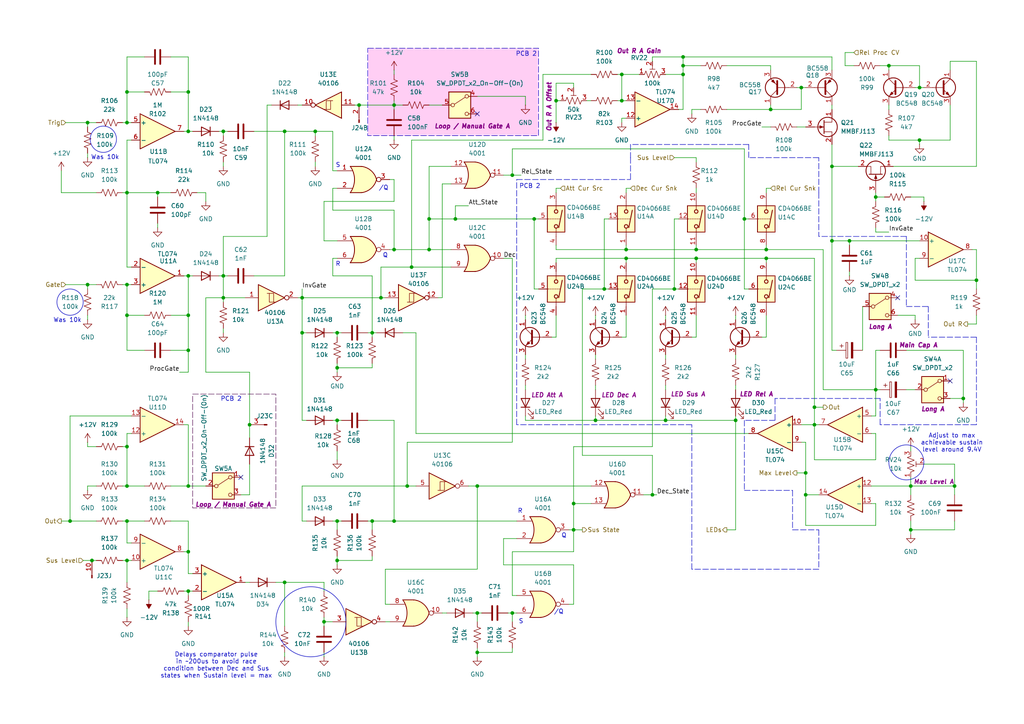
<source format=kicad_sch>
(kicad_sch (version 20250114) (generator "eeschema") (generator_version "9.0")
  (paper "A4")
  (title_block (company "DMH Instruments") (comment 1 "PCB for 15cm Kosmo format synthesizer module"))
  (rectangle (start 55.88 114.3) (end 80.01 147.32) (stroke (width 0) (type dash) (color 88 20 86 1)))
  (circle (center 29.972 40.386) (radius 3.81))
  (rectangle (start 106.68 13.97) (end 156.21 39.37) (stroke (width 0) (type dash)) (fill (type color) (color 255 206 244 1)))
  (circle (center 90.17 180.34) (radius 10.16))
  (circle (center 262.89 134.112) (radius 5.08))
  (circle (center 20.32 87.63) (radius 3.81))
  (text "PCB 2" (at 67.056 115.824 0) (effects (font (size 1.27 1.27))))
  (text "/Q" (at 162.052 177.546 0) (effects (font (size 1.27 1.27))))
  (text "R" (at 150.876 148.336 0) (effects (font (size 1.27 1.27))))
  (text "Q" (at 163.576 155.448 0) (effects (font (size 1.27 1.27))))
  (text "S" (at 151.13 180.34 0) (effects (font (size 1.27 1.27))))
  (text "Adjust to max\nachievable sustain\nlevel around 9.4V" (at 276.098 128.524 0) (effects (font (size 1.27 1.27))))
  (text "PCB 2" (at 152.654 15.748 0) (effects (font (size 1.27 1.27))))
  (text "S" (at 98.044 48.006 0) (effects (font (size 1.27 1.27))))
  (text "Was 10k" (at 30.48 45.72 0) (effects (font (size 1.27 1.27))))
  (text "Delays comparator pulse\nin ~200us to avoid race\ncondition between Dec and Sus\nstates when Sustain level = max" (at 62.738 193.04 0) (effects (font (size 1.27 1.27))))
  (text "R" (at 98.044 76.708 0) (effects (font (size 1.27 1.27))))
  (text "PCB 2" (at 153.67 54.102 0) (effects (font (size 1.27 1.27))))
  (text "/Q" (at 111.252 54.61 0) (effects (font (size 1.27 1.27))))
  (text "Q" (at 111.76 74.168 0) (effects (font (size 1.27 1.27))))
  (text "Was 10k" (at 19.558 92.964 0) (effects (font (size 1.27 1.27))))
  (junction (at 36.83 162.56))
  (junction (at 180.34 29.21))
  (junction (at 36.83 35.56))
  (junction (at 54.61 140.97))
  (junction (at 114.3 30.48))
  (junction (at 222.25 72.39))
  (junction (at 193.04 121.92))
  (junction (at 97.79 96.52))
  (junction (at 124.46 63.5))
  (junction (at 54.61 160.02))
  (junction (at 264.16 140.97))
  (junction (at 97.79 151.13))
  (junction (at 166.37 153.67))
  (junction (at 233.68 143.51))
  (junction (at 54.61 171.45))
  (junction (at 97.79 121.92))
  (junction (at 36.83 55.88))
  (junction (at 64.77 86.36))
  (junction (at 198.12 21.59))
  (junction (at 54.61 38.1))
  (junction (at 114.3 151.13))
  (junction (at 181.61 74.93))
  (junction (at 201.93 72.39))
  (junction (at 138.43 189.23))
  (junction (at 276.86 140.97))
  (junction (at 222.25 74.93))
  (junction (at 236.22 123.19))
  (junction (at 20.32 151.13))
  (junction (at 201.93 74.93))
  (junction (at 172.72 121.92))
  (junction (at 36.83 129.54))
  (junction (at 45.72 55.88))
  (junction (at 124.46 72.39))
  (junction (at 283.21 81.28))
  (junction (at 36.83 82.55))
  (junction (at 279.4 115.57))
  (junction (at 233.68 137.16))
  (junction (at 36.83 140.97))
  (junction (at 54.61 101.6))
  (junction (at 54.61 91.44))
  (junction (at 223.52 31.75))
  (junction (at 54.61 26.67))
  (junction (at 87.63 86.36))
  (junction (at 148.59 177.8))
  (junction (at 241.3 48.26))
  (junction (at 232.41 25.4))
  (junction (at 180.34 21.59))
  (junction (at 64.77 38.1))
  (junction (at 91.44 38.1))
  (junction (at 82.55 38.1))
  (junction (at 189.23 143.51))
  (junction (at 114.3 72.39))
  (junction (at 54.61 80.01))
  (junction (at 110.49 86.36))
  (junction (at 198.12 19.05))
  (junction (at 107.95 151.13))
  (junction (at 198.12 16.51))
  (junction (at 154.94 63.5))
  (junction (at 87.63 96.52))
  (junction (at 104.14 30.48))
  (junction (at 64.77 80.01))
  (junction (at 36.83 26.67))
  (junction (at 82.55 168.91))
  (junction (at 72.39 123.19))
  (junction (at 213.36 121.92))
  (junction (at 241.3 69.85))
  (junction (at 181.61 72.39))
  (junction (at 266.7 25.4))
  (junction (at 119.38 77.47))
  (junction (at 138.43 140.97))
  (junction (at 166.37 146.05))
  (junction (at 266.7 40.64))
  (junction (at 132.08 63.5))
  (junction (at 36.83 91.44))
  (junction (at 254 57.15))
  (junction (at 254 113.03))
  (junction (at 161.29 29.21))
  (junction (at 195.58 83.82))
  (junction (at 236.22 118.11))
  (junction (at 26.67 162.56))
  (junction (at 107.95 96.52))
  (junction (at 148.59 50.8))
  (junction (at 175.26 83.82))
  (junction (at 97.79 162.56))
  (junction (at 36.83 151.13))
  (junction (at 257.81 19.05))
  (junction (at 118.11 140.97))
  (junction (at 25.4 82.55))
  (junction (at 246.38 69.85))
  (junction (at 138.43 177.8))
  (junction (at 264.16 153.67))
  (junction (at 93.98 180.34))
  (junction (at 97.79 106.68))
  (junction (at 25.4 35.56))
  (junction (at 215.9 63.5))
  (no_connect (at 260.35 86.36))
  (no_connect (at 138.43 33.02))
  (no_connect (at 275.59 110.49))
  (no_connect (at 69.85 138.43))
  (wire (pts (xy 107.95 80.01) (xy 107.95 96.52)))
  (wire (pts (xy 148.59 177.8) (xy 149.86 177.8)))
  (wire (pts (xy 266.7 40.64) (xy 266.7 41.91)))
  (wire (pts (xy 25.4 35.56) (xy 27.94 35.56)))
  (wire (pts (xy 245.11 19.05) (xy 247.65 19.05)))
  (wire (pts (xy 36.83 82.55) (xy 38.1 82.55)))
  (wire (pts (xy 138.43 140.97) (xy 138.43 165.1)))
  (wire (pts (xy 201.93 97.79) (xy 200.66 97.79)))
  (wire (pts (xy 72.39 107.95) (xy 72.39 123.19)))
  (wire (pts (xy 72.39 168.91) (xy 71.12 168.91)))
  (wire (pts (xy 254 101.6) (xy 254 113.03)))
  (polyline (pts (xy 217.17 41.91) (xy 182.88 41.91)) (stroke (width 0) (type dash)))
  (wire (pts (xy 97.79 74.93) (xy 96.52 74.93)))
  (wire (pts (xy 124.46 30.48) (xy 128.27 30.48)))
  (wire (pts (xy 241.3 20.32) (xy 241.3 16.51)))
  (wire (pts (xy 241.3 31.75) (xy 241.3 30.48)))
  (wire (pts (xy 59.69 86.36) (xy 59.69 107.95)))
  (wire (pts (xy 148.59 189.23) (xy 138.43 189.23)))
  (wire (pts (xy 97.79 162.56) (xy 97.79 163.83)))
  (wire (pts (xy 107.95 151.13) (xy 114.3 151.13)))
  (wire (pts (xy 146.05 156.21) (xy 146.05 163.83)))
  (wire (pts (xy 166.37 163.83) (xy 166.37 175.26)))
  (wire (pts (xy 64.77 68.58) (xy 64.77 80.01)))
  (wire (pts (xy 172.72 121.92) (xy 193.04 121.92)))
  (wire (pts (xy 64.77 46.99) (xy 64.77 48.26)))
  (wire (pts (xy 25.4 140.97) (xy 27.94 140.97)))
  (wire (pts (xy 254 125.73) (xy 254 133.35)))
  (wire (pts (xy 59.69 58.42) (xy 59.69 55.88)))
  (wire (pts (xy 180.34 21.59) (xy 180.34 29.21)))
  (wire (pts (xy 36.83 91.44) (xy 36.83 82.55)))
  (wire (pts (xy 181.61 54.61) (xy 181.61 55.88)))
  (wire (pts (xy 196.85 31.75) (xy 198.12 31.75)))
  (wire (pts (xy 201.93 74.93) (xy 222.25 74.93)))
  (wire (pts (xy 257.81 39.37) (xy 257.81 40.64)))
  (wire (pts (xy 213.36 91.44) (xy 213.36 92.71)))
  (wire (pts (xy 97.79 106.68) (xy 97.79 107.95)))
  (wire (pts (xy 107.95 97.79) (xy 107.95 96.52)))
  (wire (pts (xy 161.29 24.13) (xy 161.29 29.21)))
  (wire (pts (xy 166.37 160.02) (xy 166.37 153.67)))
  (wire (pts (xy 118.11 140.97) (xy 120.65 140.97)))
  (wire (pts (xy 232.41 123.19) (xy 236.22 123.19)))
  (wire (pts (xy 20.32 151.13) (xy 27.94 151.13)))
  (wire (pts (xy 87.63 140.97) (xy 87.63 151.13)))
  (wire (pts (xy 223.52 31.75) (xy 223.52 30.48)))
  (wire (pts (xy 172.72 91.44) (xy 172.72 92.71)))
  (wire (pts (xy 201.93 71.12) (xy 201.93 72.39)))
  (wire (pts (xy 200.66 33.02) (xy 200.66 31.75)))
  (wire (pts (xy 213.36 111.76) (xy 213.36 113.03)))
  (wire (pts (xy 222.25 74.93) (xy 222.25 76.2)))
  (wire (pts (xy 96.52 80.01) (xy 107.95 80.01)))
  (wire (pts (xy 182.88 54.61) (xy 181.61 54.61)))
  (wire (pts (xy 254 66.04) (xy 254 67.31)))
  (wire (pts (xy 166.37 25.4) (xy 166.37 24.13)))
  (wire (pts (xy 222.25 72.39) (xy 238.76 72.39)))
  (wire (pts (xy 120.65 96.52) (xy 120.65 125.73)))
  (wire (pts (xy 130.81 53.34) (xy 128.27 53.34)))
  (wire (pts (xy 238.76 72.39) (xy 238.76 113.03)))
  (polyline (pts (xy 237.49 45.72) (xy 217.17 45.72)) (stroke (width 0) (type dash)))
  (wire (pts (xy 181.61 34.29) (xy 180.34 34.29)))
  (wire (pts (xy 254 120.65) (xy 252.73 120.65)))
  (wire (pts (xy 148.59 43.18) (xy 215.9 43.18)))
  (wire (pts (xy 148.59 160.02) (xy 148.59 172.72)))
  (wire (pts (xy 168.91 132.08) (xy 168.91 83.82)))
  (wire (pts (xy 180.34 34.29) (xy 180.34 35.56)))
  (wire (pts (xy 152.4 30.48) (xy 152.4 27.94)))
  (wire (pts (xy 124.46 72.39) (xy 130.81 72.39)))
  (wire (pts (xy 87.63 96.52) (xy 88.9 96.52)))
  (wire (pts (xy 250.19 88.9) (xy 250.19 101.6)))
  (wire (pts (xy 35.56 140.97) (xy 36.83 140.97)))
  (wire (pts (xy 247.65 15.24) (xy 245.11 15.24)))
  (wire (pts (xy 175.26 83.82) (xy 175.26 63.5)))
  (wire (pts (xy 213.36 121.92) (xy 213.36 153.67)))
  (wire (pts (xy 120.65 96.52) (xy 116.84 96.52)))
  (wire (pts (xy 36.83 40.64) (xy 38.1 40.64)))
  (wire (pts (xy 38.1 157.48) (xy 36.83 157.48)))
  (wire (pts (xy 255.27 113.03) (xy 254 113.03)))
  (wire (pts (xy 54.61 16.51) (xy 54.61 26.67)))
  (wire (pts (xy 154.94 63.5) (xy 156.21 63.5)))
  (wire (pts (xy 172.72 102.87) (xy 172.72 104.14)))
  (wire (pts (xy 97.79 151.13) (xy 99.06 151.13)))
  (wire (pts (xy 181.61 71.12) (xy 181.61 72.39)))
  (wire (pts (xy 25.4 142.24) (xy 25.4 140.97)))
  (polyline (pts (xy 237.49 55.88) (xy 237.49 68.58)) (stroke (width 0) (type dash)))
  (wire (pts (xy 91.44 38.1) (xy 96.52 38.1)))
  (wire (pts (xy 181.61 74.93) (xy 201.93 74.93)))
  (wire (pts (xy 283.21 17.78) (xy 283.21 48.26)))
  (wire (pts (xy 276.86 143.51) (xy 276.86 140.97)))
  (wire (pts (xy 19.05 35.56) (xy 25.4 35.56)))
  (wire (pts (xy 242.57 101.6) (xy 241.3 101.6)))
  (wire (pts (xy 86.36 30.48) (xy 87.63 30.48)))
  (wire (pts (xy 20.32 120.65) (xy 20.32 151.13)))
  (wire (pts (xy 179.07 21.59) (xy 180.34 21.59)))
  (wire (pts (xy 266.7 74.93) (xy 265.43 74.93)))
  (wire (pts (xy 54.61 151.13) (xy 54.61 160.02)))
  (wire (pts (xy 148.59 74.93) (xy 148.59 128.27)))
  (polyline (pts (xy 262.89 68.58) (xy 237.49 68.58)) (stroke (width 0) (type dash)))
  (wire (pts (xy 54.61 91.44) (xy 54.61 101.6)))
  (wire (pts (xy 222.25 91.44) (xy 222.25 97.79)))
  (wire (pts (xy 72.39 107.95) (xy 59.69 107.95)))
  (wire (pts (xy 35.56 35.56) (xy 36.83 35.56)))
  (wire (pts (xy 26.67 162.56) (xy 27.94 162.56)))
  (wire (pts (xy 152.4 27.94) (xy 138.43 27.94)))
  (wire (pts (xy 36.83 176.53) (xy 36.83 179.07)))
  (wire (pts (xy 97.79 130.81) (xy 97.79 133.35)))
  (wire (pts (xy 38.1 77.47) (xy 36.83 77.47)))
  (wire (pts (xy 231.14 137.16) (xy 233.68 137.16)))
  (wire (pts (xy 82.55 168.91) (xy 82.55 181.61)))
  (wire (pts (xy 97.79 151.13) (xy 97.79 153.67)))
  (wire (pts (xy 111.76 165.1) (xy 111.76 175.26)))
  (wire (pts (xy 231.14 36.83) (xy 233.68 36.83)))
  (polyline (pts (xy 283.21 97.79) (xy 283.21 123.19)) (stroke (width 0) (type dash)))
  (wire (pts (xy 114.3 58.42) (xy 93.98 58.42)))
  (wire (pts (xy 215.9 43.18) (xy 215.9 63.5)))
  (wire (pts (xy 181.61 29.21) (xy 180.34 29.21)))
  (wire (pts (xy 161.29 29.21) (xy 161.29 35.56)))
  (wire (pts (xy 275.59 17.78) (xy 275.59 20.32)))
  (wire (pts (xy 35.56 151.13) (xy 36.83 151.13)))
  (wire (pts (xy 265.43 25.4) (xy 266.7 25.4)))
  (wire (pts (xy 138.43 165.1) (xy 111.76 165.1)))
  (wire (pts (xy 36.83 91.44) (xy 36.83 101.6)))
  (wire (pts (xy 25.4 129.54) (xy 25.4 128.27)))
  (wire (pts (xy 223.52 19.05) (xy 223.52 20.32)))
  (wire (pts (xy 64.77 80.01) (xy 64.77 86.36)))
  (wire (pts (xy 54.61 80.01) (xy 53.34 80.01)))
  (wire (pts (xy 254 58.42) (xy 254 57.15)))
  (wire (pts (xy 254 125.73) (xy 252.73 125.73)))
  (wire (pts (xy 93.98 69.85) (xy 97.79 69.85)))
  (wire (pts (xy 236.22 123.19) (xy 236.22 133.35)))
  (polyline (pts (xy 229.87 153.67) (xy 237.49 153.67)) (stroke (width 0) (type dash)))
  (wire (pts (xy 189.23 83.82) (xy 195.58 83.82)))
  (wire (pts (xy 96.52 151.13) (xy 97.79 151.13)))
  (wire (pts (xy 238.76 113.03) (xy 254 113.03)))
  (wire (pts (xy 132.08 63.5) (xy 154.94 63.5)))
  (wire (pts (xy 195.58 45.72) (xy 201.93 45.72)))
  (wire (pts (xy 215.9 63.5) (xy 217.17 63.5)))
  (wire (pts (xy 54.61 38.1) (xy 55.88 38.1)))
  (wire (pts (xy 64.77 86.36) (xy 59.69 86.36)))
  (wire (pts (xy 232.41 25.4) (xy 233.68 25.4)))
  (wire (pts (xy 257.81 40.64) (xy 266.7 40.64)))
  (wire (pts (xy 19.05 82.55) (xy 25.4 82.55)))
  (wire (pts (xy 166.37 24.13) (xy 161.29 24.13)))
  (wire (pts (xy 152.4 91.44) (xy 152.4 92.71)))
  (wire (pts (xy 223.52 31.75) (xy 232.41 31.75)))
  (wire (pts (xy 233.68 128.27) (xy 232.41 128.27)))
  (wire (pts (xy 35.56 162.56) (xy 36.83 162.56)))
  (wire (pts (xy 49.53 140.97) (xy 54.61 140.97)))
  (polyline (pts (xy 283.21 123.19) (xy 255.27 123.19)) (stroke (width 0) (type dash)))
  (wire (pts (xy 63.5 80.01) (xy 64.77 80.01)))
  (wire (pts (xy 148.59 128.27) (xy 118.11 128.27)))
  (wire (pts (xy 266.7 25.4) (xy 267.97 25.4)))
  (wire (pts (xy 96.52 60.96) (xy 114.3 60.96)))
  (wire (pts (xy 54.61 107.95) (xy 54.61 101.6)))
  (wire (pts (xy 275.59 115.57) (xy 279.4 115.57)))
  (wire (pts (xy 236.22 118.11) (xy 236.22 123.19)))
  (wire (pts (xy 54.61 91.44) (xy 54.61 80.01)))
  (wire (pts (xy 279.4 115.57) (xy 279.4 116.84)))
  (wire (pts (xy 254 133.35) (xy 236.22 133.35)))
  (wire (pts (xy 36.83 125.73) (xy 38.1 125.73)))
  (wire (pts (xy 35.56 82.55) (xy 36.83 82.55)))
  (wire (pts (xy 172.72 120.65) (xy 172.72 121.92)))
  (wire (pts (xy 166.37 153.67) (xy 168.91 153.67)))
  (wire (pts (xy 17.78 55.88) (xy 17.78 49.53)))
  (wire (pts (xy 275.59 30.48) (xy 275.59 40.64)))
  (wire (pts (xy 161.29 74.93) (xy 181.61 74.93)))
  (wire (pts (xy 114.3 30.48) (xy 114.3 31.75)))
  (wire (pts (xy 241.3 48.26) (xy 248.92 48.26)))
  (wire (pts (xy 135.89 59.69) (xy 132.08 59.69)))
  (wire (pts (xy 264.16 153.67) (xy 276.86 153.67)))
  (wire (pts (xy 45.72 64.77) (xy 45.72 66.04)))
  (wire (pts (xy 138.43 177.8) (xy 138.43 180.34)))
  (wire (pts (xy 138.43 140.97) (xy 171.45 140.97)))
  (wire (pts (xy 36.83 35.56) (xy 38.1 35.56)))
  (wire (pts (xy 93.98 189.23) (xy 93.98 190.5)))
  (wire (pts (xy 107.95 162.56) (xy 97.79 162.56)))
  (wire (pts (xy 201.93 54.61) (xy 201.93 55.88)))
  (wire (pts (xy 97.79 96.52) (xy 99.06 96.52)))
  (wire (pts (xy 54.61 140.97) (xy 59.69 140.97)))
  (wire (pts (xy 49.53 16.51) (xy 54.61 16.51)))
  (wire (pts (xy 222.25 54.61) (xy 223.52 54.61)))
  (wire (pts (xy 104.14 30.48) (xy 114.3 30.48)))
  (wire (pts (xy 179.07 29.21) (xy 180.34 29.21)))
  (wire (pts (xy 181.61 91.44) (xy 181.61 97.79)))
  (wire (pts (xy 156.21 83.82) (xy 154.94 83.82)))
  (polyline (pts (xy 200.66 123.19) (xy 149.86 123.19)) (stroke (width 0) (type dash)))
  (wire (pts (xy 254 101.6) (xy 255.27 101.6)))
  (wire (pts (xy 152.4 111.76) (xy 152.4 113.03)))
  (polyline (pts (xy 215.9 142.24) (xy 229.87 142.24)) (stroke (width 0) (type dash)))
  (wire (pts (xy 254 146.05) (xy 254 152.4)))
  (wire (pts (xy 241.3 48.26) (xy 241.3 69.85)))
  (wire (pts (xy 36.83 162.56) (xy 36.83 168.91)))
  (wire (pts (xy 49.53 91.44) (xy 54.61 91.44)))
  (wire (pts (xy 165.1 175.26) (xy 166.37 175.26)))
  (wire (pts (xy 45.72 55.88) (xy 45.72 57.15)))
  (wire (pts (xy 130.81 48.26) (xy 124.46 48.26)))
  (wire (pts (xy 64.77 86.36) (xy 64.77 87.63)))
  (wire (pts (xy 87.63 96.52) (xy 87.63 121.92)))
  (wire (pts (xy 217.17 125.73) (xy 120.65 125.73)))
  (wire (pts (xy 198.12 19.05) (xy 198.12 21.59)))
  (wire (pts (xy 36.83 125.73) (xy 36.83 129.54)))
  (wire (pts (xy 231.14 25.4) (xy 232.41 25.4)))
  (wire (pts (xy 107.95 96.52) (xy 106.68 96.52)))
  (wire (pts (xy 36.83 140.97) (xy 41.91 140.97)))
  (wire (pts (xy 185.42 21.59) (xy 180.34 21.59)))
  (wire (pts (xy 113.03 52.07) (xy 114.3 52.07)))
  (wire (pts (xy 210.82 31.75) (xy 223.52 31.75)))
  (wire (pts (xy 276.86 134.62) (xy 276.86 140.97)))
  (wire (pts (xy 264.16 143.51) (xy 264.16 140.97)))
  (wire (pts (xy 107.95 105.41) (xy 107.95 106.68)))
  (wire (pts (xy 175.26 83.82) (xy 176.53 83.82)))
  (wire (pts (xy 193.04 111.76) (xy 193.04 113.03)))
  (wire (pts (xy 72.39 127) (xy 72.39 123.19)))
  (wire (pts (xy 151.13 50.8) (xy 148.59 50.8)))
  (wire (pts (xy 124.46 63.5) (xy 132.08 63.5)))
  (polyline (pts (xy 262.89 68.58) (xy 262.89 88.9)) (stroke (width 0) (type dash)))
  (wire (pts (xy 41.91 101.6) (xy 36.83 101.6)))
  (wire (pts (xy 189.23 16.51) (xy 198.12 16.51)))
  (wire (pts (xy 264.16 151.13) (xy 264.16 153.67)))
  (wire (pts (xy 276.86 151.13) (xy 276.86 153.67)))
  (wire (pts (xy 254 152.4) (xy 233.68 152.4)))
  (wire (pts (xy 222.25 74.93) (xy 236.22 74.93)))
  (wire (pts (xy 264.16 153.67) (xy 264.16 154.94)))
  (wire (pts (xy 49.53 26.67) (xy 54.61 26.67)))
  (wire (pts (xy 236.22 74.93) (xy 236.22 118.11)))
  (polyline (pts (xy 224.79 115.57) (xy 224.79 121.92)) (stroke (width 0) (type dash)))
  (wire (pts (xy 161.29 72.39) (xy 181.61 72.39)))
  (wire (pts (xy 97.79 54.61) (xy 96.52 54.61)))
  (wire (pts (xy 281.94 72.39) (xy 283.21 72.39)))
  (wire (pts (xy 36.83 26.67) (xy 41.91 26.67)))
  (wire (pts (xy 146.05 163.83) (xy 166.37 163.83)))
  (wire (pts (xy 49.53 101.6) (xy 54.61 101.6)))
  (wire (pts (xy 246.38 69.85) (xy 266.7 69.85)))
  (wire (pts (xy 97.79 123.19) (xy 97.79 121.92)))
  (wire (pts (xy 193.04 102.87) (xy 193.04 104.14)))
  (wire (pts (xy 195.58 83.82) (xy 195.58 63.5)))
  (polyline (pts (xy 255.27 115.57) (xy 224.79 115.57)) (stroke (width 0) (type dash)))
  (wire (pts (xy 233.68 137.16) (xy 233.68 143.51)))
  (wire (pts (xy 222.25 97.79) (xy 220.98 97.79)))
  (wire (pts (xy 189.23 143.51) (xy 189.23 132.08)))
  (wire (pts (xy 107.95 96.52) (xy 109.22 96.52)))
  (wire (pts (xy 130.81 77.47) (xy 119.38 77.47)))
  (wire (pts (xy 213.36 120.65) (xy 213.36 121.92)))
  (wire (pts (xy 72.39 143.51) (xy 72.39 134.62)))
  (wire (pts (xy 161.29 97.79) (xy 160.02 97.79)))
  (wire (pts (xy 114.3 60.96) (xy 114.3 72.39)))
  (wire (pts (xy 87.63 83.82) (xy 87.63 86.36)))
  (wire (pts (xy 283.21 81.28) (xy 283.21 83.82)))
  (wire (pts (xy 132.08 59.69) (xy 132.08 63.5)))
  (wire (pts (xy 53.34 171.45) (xy 54.61 171.45)))
  (wire (pts (xy 146.05 50.8) (xy 148.59 50.8)))
  (wire (pts (xy 114.3 52.07) (xy 114.3 58.42)))
  (wire (pts (xy 138.43 189.23) (xy 138.43 190.5)))
  (wire (pts (xy 20.32 120.65) (xy 38.1 120.65)))
  (wire (pts (xy 36.83 162.56) (xy 38.1 162.56)))
  (wire (pts (xy 54.61 80.01) (xy 55.88 80.01)))
  (wire (pts (xy 166.37 146.05) (xy 166.37 153.67)))
  (wire (pts (xy 161.29 72.39) (xy 161.29 71.12)))
  (wire (pts (xy 201.93 45.72) (xy 201.93 46.99)))
  (wire (pts (xy 45.72 171.45) (xy 43.18 171.45)))
  (wire (pts (xy 91.44 46.99) (xy 91.44 48.26)))
  (wire (pts (xy 233.68 143.51) (xy 233.68 152.4)))
  (wire (pts (xy 154.94 63.5) (xy 154.94 83.82)))
  (wire (pts (xy 82.55 38.1) (xy 82.55 80.01)))
  (wire (pts (xy 149.86 156.21) (xy 146.05 156.21)))
  (wire (pts (xy 279.4 101.6) (xy 279.4 115.57)))
  (wire (pts (xy 189.23 129.54) (xy 189.23 83.82)))
  (wire (pts (xy 215.9 63.5) (xy 215.9 83.82)))
  (wire (pts (xy 255.27 19.05) (xy 257.81 19.05)))
  (wire (pts (xy 24.13 162.56) (xy 26.67 162.56)))
  (polyline (pts (xy 149.86 52.07) (xy 182.88 52.07)) (stroke (width 0) (type dash)))
  (polyline (pts (xy 149.86 123.19) (xy 149.86 52.07)) (stroke (width 0) (type dash)))
  (wire (pts (xy 52.07 107.95) (xy 54.61 107.95)))
  (polyline (pts (xy 200.66 165.1) (xy 200.66 123.19)) (stroke (width 0) (type dash)))
  (wire (pts (xy 161.29 54.61) (xy 162.56 54.61)))
  (wire (pts (xy 93.98 180.34) (xy 96.52 180.34)))
  (wire (pts (xy 254 120.65) (xy 254 113.03)))
  (wire (pts (xy 148.59 177.8) (xy 148.59 180.34)))
  (wire (pts (xy 254 57.15) (xy 254 55.88)))
  (wire (pts (xy 275.59 40.64) (xy 266.7 40.64)))
  (wire (pts (xy 157.48 21.59) (xy 171.45 21.59)))
  (wire (pts (xy 114.3 151.13) (xy 149.86 151.13)))
  (wire (pts (xy 114.3 30.48) (xy 116.84 30.48)))
  (wire (pts (xy 114.3 39.37) (xy 114.3 40.64)))
  (wire (pts (xy 45.72 55.88) (xy 49.53 55.88)))
  (wire (pts (xy 63.5 38.1) (xy 64.77 38.1)))
  (wire (pts (xy 36.83 26.67) (xy 36.83 35.56)))
  (wire (pts (xy 93.98 168.91) (xy 82.55 168.91)))
  (wire (pts (xy 17.78 151.13) (xy 20.32 151.13)))
  (wire (pts (xy 82.55 38.1) (xy 91.44 38.1)))
  (wire (pts (xy 198.12 16.51) (xy 198.12 19.05)))
  (wire (pts (xy 35.56 129.54) (xy 36.83 129.54)))
  (wire (pts (xy 264.16 57.15) (xy 267.97 57.15)))
  (wire (pts (xy 147.32 177.8) (xy 148.59 177.8)))
  (wire (pts (xy 165.1 153.67) (xy 166.37 153.67)))
  (wire (pts (xy 252.73 140.97) (xy 264.16 140.97)))
  (wire (pts (xy 114.3 20.32) (xy 114.3 21.59)))
  (wire (pts (xy 246.38 69.85) (xy 246.38 71.12)))
  (wire (pts (xy 189.23 132.08) (xy 168.91 132.08)))
  (wire (pts (xy 146.05 74.93) (xy 148.59 74.93)))
  (wire (pts (xy 113.03 72.39) (xy 114.3 72.39)))
  (wire (pts (xy 259.08 48.26) (xy 283.21 48.26)))
  (wire (pts (xy 181.61 72.39) (xy 201.93 72.39)))
  (wire (pts (xy 124.46 48.26) (xy 124.46 63.5)))
  (wire (pts (xy 114.3 121.92) (xy 114.3 151.13)))
  (wire (pts (xy 128.27 86.36) (xy 127 86.36)))
  (polyline (pts (xy 224.79 121.92) (xy 215.9 121.92)) (stroke (width 0) (type dash)))
  (wire (pts (xy 166.37 160.02) (xy 148.59 160.02)))
  (wire (pts (xy 118.11 128.27) (xy 118.11 140.97)))
  (wire (pts (xy 96.52 74.93) (xy 96.52 80.01)))
  (wire (pts (xy 114.3 29.21) (xy 114.3 30.48)))
  (wire (pts (xy 54.61 180.34) (xy 54.61 181.61)))
  (wire (pts (xy 64.77 38.1) (xy 66.04 38.1)))
  (wire (pts (xy 217.17 83.82) (xy 215.9 83.82)))
  (wire (pts (xy 110.49 86.36) (xy 111.76 86.36)))
  (wire (pts (xy 186.69 143.51) (xy 189.23 143.51)))
  (wire (pts (xy 148.59 187.96) (xy 148.59 189.23)))
  (wire (pts (xy 119.38 77.47) (xy 110.49 77.47)))
  (wire (pts (xy 152.4 121.92) (xy 152.4 120.65)))
  (wire (pts (xy 166.37 129.54) (xy 189.23 129.54)))
  (wire (pts (xy 195.58 63.5) (xy 196.85 63.5)))
  (wire (pts (xy 54.61 171.45) (xy 54.61 172.72)))
  (wire (pts (xy 86.36 86.36) (xy 87.63 86.36)))
  (wire (pts (xy 276.86 140.97) (xy 264.16 140.97)))
  (wire (pts (xy 222.25 72.39) (xy 222.25 71.12)))
  (wire (pts (xy 64.77 95.25) (xy 64.77 96.52)))
  (wire (pts (xy 189.23 143.51) (xy 190.5 143.51)))
  (wire (pts (xy 96.52 96.52) (xy 97.79 96.52)))
  (wire (pts (xy 93.98 171.45) (xy 93.98 168.91)))
  (wire (pts (xy 137.16 177.8) (xy 138.43 177.8)))
  (wire (pts (xy 237.49 123.19) (xy 236.22 123.19)))
  (wire (pts (xy 25.4 82.55) (xy 25.4 83.82)))
  (wire (pts (xy 49.53 151.13) (xy 54.61 151.13)))
  (wire (pts (xy 54.61 171.45) (xy 55.88 171.45)))
  (polyline (pts (xy 262.89 88.9) (xy 269.24 88.9)) (stroke (width 0) (type dash)))
  (wire (pts (xy 157.48 40.64) (xy 157.48 21.59)))
  (wire (pts (xy 54.61 38.1) (xy 53.34 38.1)))
  (wire (pts (xy 222.25 55.88) (xy 222.25 54.61)))
  (wire (pts (xy 36.83 129.54) (xy 36.83 140.97)))
  (wire (pts (xy 148.59 43.18) (xy 148.59 50.8)))
  (wire (pts (xy 233.68 143.51) (xy 237.49 143.51)))
  (wire (pts (xy 96.52 49.53) (xy 96.52 38.1)))
  (polyline (pts (xy 255.27 123.19) (xy 255.27 115.57)) (stroke (width 0) (type dash)))
  (wire (pts (xy 102.87 30.48) (xy 104.14 30.48)))
  (polyline (pts (xy 229.87 142.24) (xy 229.87 153.67)) (stroke (width 0) (type dash)))
  (wire (pts (xy 161.29 91.44) (xy 161.29 97.79)))
  (wire (pts (xy 193.04 120.65) (xy 193.04 121.92)))
  (wire (pts (xy 107.95 161.29) (xy 107.95 162.56)))
  (wire (pts (xy 69.85 143.51) (xy 72.39 143.51)))
  (wire (pts (xy 175.26 63.5) (xy 176.53 63.5)))
  (wire (pts (xy 36.83 151.13) (xy 41.91 151.13)))
  (wire (pts (xy 283.21 93.98) (xy 283.21 91.44)))
  (wire (pts (xy 172.72 111.76) (xy 172.72 113.03)))
  (wire (pts (xy 25.4 91.44) (xy 25.4 92.71)))
  (wire (pts (xy 220.98 36.83) (xy 223.52 36.83)))
  (wire (pts (xy 36.83 55.88) (xy 36.83 40.64)))
  (wire (pts (xy 252.73 146.05) (xy 254 146.05)))
  (wire (pts (xy 73.66 38.1) (xy 82.55 38.1)))
  (wire (pts (xy 41.91 16.51) (xy 36.83 16.51)))
  (wire (pts (xy 210.82 153.67) (xy 213.36 153.67)))
  (wire (pts (xy 262.89 101.6) (xy 279.4 101.6)))
  (wire (pts (xy 198.12 21.59) (xy 198.12 31.75)))
  (wire (pts (xy 181.61 74.93) (xy 181.61 76.2)))
  (wire (pts (xy 82.55 168.91) (xy 80.01 168.91)))
  (wire (pts (xy 25.4 35.56) (xy 25.4 36.83)))
  (wire (pts (xy 107.95 151.13) (xy 107.95 153.67)))
  (wire (pts (xy 152.4 102.87) (xy 152.4 104.14)))
  (wire (pts (xy 257.81 30.48) (xy 257.81 31.75)))
  (wire (pts (xy 138.43 177.8) (xy 139.7 177.8)))
  (wire (pts (xy 93.98 58.42) (xy 93.98 69.85)))
  (polyline (pts (xy 237.49 55.88) (xy 237.49 45.72)) (stroke (width 0) (type dash)))
  (wire (pts (xy 152.4 121.92) (xy 172.72 121.92)))
  (wire (pts (xy 119.38 40.64) (xy 119.38 77.47)))
  (wire (pts (xy 162.56 29.21) (xy 161.29 29.21)))
  (wire (pts (xy 260.35 91.44) (xy 265.43 91.44)))
  (wire (pts (xy 195.58 83.82) (xy 196.85 83.82)))
  (wire (pts (xy 106.68 151.13) (xy 107.95 151.13)))
  (wire (pts (xy 36.83 55.88) (xy 45.72 55.88)))
  (wire (pts (xy 97.79 161.29) (xy 97.79 162.56)))
  (wire (pts (xy 59.69 55.88) (xy 57.15 55.88)))
  (wire (pts (xy 77.47 30.48) (xy 77.47 68.58)))
  (wire (pts (xy 161.29 76.2) (xy 161.29 74.93)))
  (wire (pts (xy 110.49 86.36) (xy 87.63 86.36)))
  (wire (pts (xy 110.49 77.47) (xy 110.49 86.36)))
  (wire (pts (xy 266.7 19.05) (xy 266.7 25.4)))
  (wire (pts (xy 238.76 118.11) (xy 236.22 118.11)))
  (wire (pts (xy 97.79 105.41) (xy 97.79 106.68)))
  (wire (pts (xy 241.3 69.85) (xy 246.38 69.85)))
  (polyline (pts (xy 182.88 41.91) (xy 182.88 45.72)) (stroke (width 0) (type dash)))
  (polyline (pts (xy 269.24 88.9) (xy 269.24 97.79)) (stroke (width 0) (type dash)))
  (wire (pts (xy 267.97 134.62) (xy 276.86 134.62)))
  (wire (pts (xy 119.38 40.64) (xy 157.48 40.64)))
  (wire (pts (xy 64.77 80.01) (xy 66.04 80.01)))
  (wire (pts (xy 64.77 68.58) (xy 77.47 68.58)))
  (wire (pts (xy 210.82 19.05) (xy 223.52 19.05)))
  (wire (pts (xy 106.68 121.92) (xy 114.3 121.92)))
  (wire (pts (xy 201.93 72.39) (xy 222.25 72.39)))
  (wire (pts (xy 53.34 123.19) (xy 54.61 123.19)))
  (wire (pts (xy 43.18 171.45) (xy 43.18 173.99)))
  (wire (pts (xy 54.61 26.67) (xy 54.61 38.1)))
  (wire (pts (xy 166.37 146.05) (xy 171.45 146.05)))
  (wire (pts (xy 275.59 17.78) (xy 283.21 17.78)))
  (wire (pts (xy 201.93 74.93) (xy 201.93 76.2)))
  (wire (pts (xy 267.97 57.15) (xy 267.97 58.42)))
  (wire (pts (xy 241.3 41.91) (xy 241.3 48.26)))
  (wire (pts (xy 96.52 121.92) (xy 97.79 121.92)))
  (wire (pts (xy 111.76 180.34) (xy 113.03 180.34)))
  (wire (pts (xy 138.43 187.96) (xy 138.43 189.23)))
  (wire (pts (xy 283.21 72.39) (xy 283.21 81.28)))
  (wire (pts (xy 170.18 29.21) (xy 171.45 29.21)))
  (wire (pts (xy 128.27 53.34) (xy 128.27 86.36)))
  (wire (pts (xy 200.66 31.75) (xy 203.2 31.75)))
  (polyline (pts (xy 182.88 45.72) (xy 182.88 52.07)) (stroke (width 0) (type dash)))
  (wire (pts (xy 25.4 44.45) (xy 25.4 45.72)))
  (wire (pts (xy 193.04 91.44) (xy 193.04 92.71)))
  (wire (pts (xy 73.66 80.01) (xy 82.55 80.01)))
  (wire (pts (xy 213.36 102.87) (xy 213.36 104.14)))
  (wire (pts (xy 124.46 63.5) (xy 124.46 72.39)))
  (wire (pts (xy 166.37 129.54) (xy 166.37 146.05)))
  (wire (pts (xy 97.79 106.68) (xy 107.95 106.68)))
  (wire (pts (xy 262.89 113.03) (xy 265.43 113.03)))
  (wire (pts (xy 246.38 78.74) (xy 246.38 80.01)))
  (wire (pts (xy 25.4 82.55) (xy 27.94 82.55)))
  (wire (pts (xy 181.61 97.79) (xy 180.34 97.79)))
  (polyline (pts (xy 237.49 153.67) (xy 237.49 165.1)) (stroke (width 0) (type dash)))
  (wire (pts (xy 97.79 49.53) (xy 96.52 49.53)))
  (wire (pts (xy 128.27 177.8) (xy 129.54 177.8)))
  (wire (pts (xy 198.12 19.05) (xy 203.2 19.05)))
  (wire (pts (xy 256.54 57.15) (xy 254 57.15)))
  (wire (pts (xy 97.79 121.92) (xy 99.06 121.92)))
  (wire (pts (xy 54.61 160.02) (xy 54.61 166.37)))
  (wire (pts (xy 114.3 72.39) (xy 124.46 72.39)))
  (wire (pts (xy 257.81 19.05) (xy 257.81 20.32)))
  (wire (pts (xy 54.61 140.97) (xy 54.61 123.19)))
  (wire (pts (xy 265.43 91.44) (xy 265.43 92.71)))
  (polyline (pts (xy 215.9 121.92) (xy 215.9 142.24)) (stroke (width 0) (type dash)))
  (wire (pts (xy 64.77 38.1) (xy 64.77 39.37)))
  (wire (pts (xy 82.55 189.23) (xy 82.55 190.5)))
  (wire (pts (xy 91.44 39.37) (xy 91.44 38.1)))
  (wire (pts (xy 36.83 157.48) (xy 36.83 151.13)))
  (wire (pts (xy 36.83 16.51) (xy 36.83 26.67)))
  (wire (pts (xy 111.76 175.26) (xy 113.03 175.26)))
  (wire (pts (xy 254 67.31) (xy 257.81 67.31)))
  (wire (pts (xy 193.04 121.92) (xy 213.36 121.92)))
  (wire (pts (xy 201.93 91.44) (xy 201.93 97.79)))
  (wire (pts (xy 64.77 86.36) (xy 71.12 86.36)))
  (wire (pts (xy 93.98 179.07) (xy 93.98 180.34)))
  (wire (pts (xy 198.12 16.51) (xy 241.3 16.51)))
  (wire (pts (xy 41.91 91.44) (xy 36.83 91.44)))
  (wire (pts (xy 241.3 69.85) (xy 241.3 101.6)))
  (wire (pts (xy 148.59 172.72) (xy 149.86 172.72)))
  (wire (pts (xy 87.63 151.13) (xy 88.9 151.13)))
  (wire (pts (xy 265.43 74.93) (xy 265.43 81.28)))
  (wire (pts (xy 189.23 17.78) (xy 189.23 16.51)))
  (wire (pts (xy 257.81 19.05) (xy 266.7 19.05)))
  (wire (pts (xy 93.98 180.34) (xy 93.98 181.61)))
  (wire (pts (xy 87.63 140.97) (xy 118.11 140.97)))
  (polyline (pts (xy 237.49 165.1) (xy 200.66 165.1)) (stroke (width 0) (type dash)))
  (wire (pts (xy 96.52 54.61) (xy 96.52 60.96)))
  (polyline (pts (xy 217.17 45.72) (xy 217.17 41.91)) (stroke (width 0) (type dash)))
  (wire (pts (xy 97.79 96.52) (xy 97.79 97.79)))
  (wire (pts (xy 264.16 138.43) (xy 264.16 140.97)))
  (wire (pts (xy 265.43 81.28) (xy 283.21 81.28)))
  (wire (pts (xy 78.74 30.48) (xy 77.47 30.48)))
  (wire (pts (xy 88.9 121.92) (xy 87.63 121.92)))
  (wire (pts (xy 283.21 93.98) (xy 280.67 93.98)))
  (wire (pts (xy 54.61 166.37) (xy 55.88 166.37)))
  (wire (pts (xy 135.89 140.97) (xy 138.43 140.97)))
  (wire (pts (xy 161.29 54.61) (xy 161.29 55.88)))
  (polyline (pts (xy 283.21 97.79) (xy 269.24 97.79)) (stroke (width 0) (type dash)))
  (wire (pts (xy 87.63 86.36) (xy 87.63 96.52)))
  (wire (pts (xy 27.94 55.88) (xy 17.78 55.88)))
  (wire (pts (xy 54.61 160.02) (xy 53.34 160.02)))
  (wire (pts (xy 27.94 129.54) (xy 25.4 129.54)))
  (wire (pts (xy 245.11 15.24) (xy 245.11 19.05)))
  (wire (pts (xy 36.83 77.47) (xy 36.83 55.88)))
  (wire (pts (xy 193.04 21.59) (xy 198.12 21.59)))
  (wire (pts (xy 233.68 128.27) (xy 233.68 137.16)))
  (wire (pts (xy 168.91 83.82) (xy 175.26 83.82)))
  (wire (pts (xy 232.41 25.4) (xy 232.41 31.75)))
  (wire (pts (xy 264.16 129.54) (xy 264.16 130.81)))
  (wire (pts (xy 35.56 55.88) (xy 36.83 55.88)))
  (label "InvGate" (at 87.63 83.82 0))
  (label "Rel_State" (at 151.13 50.8 0))
  (label "Dec_State" (at 190.5 143.51 0))
  (label "Dec" (at 146.05 74.93 0))
  (label "ProcGate" (at 220.98 36.83 180))
  (label "ProcGate" (at 52.07 107.95 180))
  (label "InvGate" (at 257.81 67.31 0))
  (label "Att_State" (at 135.89 59.69 0))
  (hierarchical_label "Out" (shape output) (at 17.78 151.13 180))
  (hierarchical_label "Sus Level" (shape input) (at 195.58 45.72 180))
  (hierarchical_label "Trig" (shape input) (at 19.05 35.56 180))
  (hierarchical_label "LEDs" (shape output) (at 210.82 153.67 180))
  (hierarchical_label "Sus Level" (shape input) (at 24.13 162.56 180))
  (hierarchical_label "Dec Cur Snk" (shape input) (at 182.88 54.61 0))
  (hierarchical_label "Rel Proc CV" (shape input) (at 247.65 15.24 0))
  (hierarchical_label "Rel Cur Snk" (shape input) (at 223.52 54.61 0))
  (hierarchical_label "Max Level" (shape output) (at 231.14 137.16 180))
  (hierarchical_label "Out" (shape output) (at 238.76 118.11 0))
  (hierarchical_label "Sus State" (shape output) (at 168.91 153.67 0))
  (hierarchical_label "Out R" (shape output) (at 280.67 93.98 180))
  (hierarchical_label "Gate" (shape input) (at 19.05 82.55 180))
  (hierarchical_label "Att Cur Src" (shape input) (at 162.56 54.61 0))
  (symbol (lib_id "Analog_Switch:CD4066BE") (at 161.29 83.82 270) (mirror x) (unit 2)
    (property "Reference" "U24" (at 164.338 83.058 90) (effects (justify left)))
    (property "Value" "CD4066BE" (at 164.338 80.518 90) (effects (justify left)))
    (property "Footprint" "Package_DIP:DIP-14_W7.62mm" (effects (hide yes)))
    (property "Datasheet" "https://www.ti.com/lit/ds/symlink/cd4066b.pdf" (effects (hide yes)))
    (property "Description" "Quad 20V analog SPST 1:1 switch, DIP-14" (effects (hide yes)))
  )
  (symbol (lib_id "power:GND") (at 64.77 48.26 0) (unit 1)
    (property "Reference" "#PWR0105" (effects (hide yes)))
    (property "Value" "GND" (at 64.77 53.34 0))
    (property "Description" "Power symbol creates a global label with name \"GND\" , ground" (effects (hide yes)))
  )
  (symbol (lib_id "Device:R_US") (at 213.36 107.95 0) (mirror y) (unit 1) (on_board no)
    (property "Reference" "R127" (at 219.71 107.95 90))
    (property "Value" "2k2" (at 217.17 107.95 90))
    (property "Footprint" "Resistor_THT:R_Axial_DIN0207_L6.3mm_D2.5mm_P7.62mm_Horizontal" (effects (hide yes)))
    (property "Description" "Resistor, US symbol" (effects (hide yes)))
  )
  (symbol (lib_id "Diode:1N4148") (at 72.39 130.81 90) (mirror x) (unit 1) (on_board no)
    (property "Reference" "D32" (at 78.74 130.81 0))
    (property "Value" "1N4148" (at 76.2 130.81 0))
    (property "Footprint" "Diode_THT:D_DO-35_SOD27_P7.62mm_Horizontal" (effects (hide yes)))
    (property "Datasheet" "https://assets.nexperia.com/documents/data-sheet/1N4148_1N4448.pdf" (effects (hide yes)))
    (property "Description" "100V 0.15A standard switching diode, DO-35" (effects (hide yes)))
    (property "Sim.Device" "D" (effects (hide yes)))
    (property "Sim.Pins" "1=K 2=A" (effects (hide yes)))
  )
  (symbol (lib_id "power:+12V") (at 213.36 91.44 0) (unit 1)
    (property "Reference" "#PWR0115" (effects (hide yes)))
    (property "Value" "+12V" (at 213.36 86.36 0))
    (property "Description" "Power symbol creates a global label with name \"+12V\"" (effects (hide yes)))
  )
  (symbol (lib_id "Diode:1N4148") (at 92.71 96.52 180) (unit 1)
    (property "Reference" "D25" (at 92.71 90.17 0))
    (property "Value" "1N4148" (at 92.71 92.71 0))
    (property "Footprint" "Diode_THT:D_DO-35_SOD27_P7.62mm_Horizontal" (effects (hide yes)))
    (property "Datasheet" "https://assets.nexperia.com/documents/data-sheet/1N4148_1N4448.pdf" (effects (hide yes)))
    (property "Description" "100V 0.15A standard switching diode, DO-35" (effects (hide yes)))
    (property "Sim.Device" "D" (effects (hide yes)))
    (property "Sim.Pins" "1=K 2=A" (effects (hide yes)))
  )
  (symbol (lib_id "Analog_Switch:CD4066BE") (at 201.93 83.82 270) (mirror x) (unit 4)
    (property "Reference" "U24" (at 204.978 83.058 90) (effects (justify left)))
    (property "Value" "CD4066BE" (at 204.978 80.772 90) (effects (justify left)))
    (property "Footprint" "Package_DIP:DIP-14_W7.62mm" (effects (hide yes)))
    (property "Datasheet" "https://www.ti.com/lit/ds/symlink/cd4066b.pdf" (effects (hide yes)))
    (property "Description" "Quad 20V analog SPST 1:1 switch, DIP-14" (effects (hide yes)))
  )
  (symbol (lib_id "power:GND") (at 59.69 58.42 0) (unit 1)
    (property "Reference" "#PWR0108" (effects (hide yes)))
    (property "Value" "GND" (at 59.69 63.5 0))
    (property "Description" "Power symbol creates a global label with name \"GND\" , ground" (effects (hide yes)))
  )
  (symbol (lib_id "Device:C_Polarized") (at 246.38 101.6 90) (mirror x) (unit 1) (on_board no)
    (property "Reference" "C65" (at 245.618 108.204 90))
    (property "Value" "10uF" (at 245.618 105.664 90))
    (property "Footprint" "Capacitor_THT:CP_Radial_D5.0mm_P2.00mm" (effects (hide yes)))
    (property "Description" "Polarized capacitor" (effects (hide yes)))
  )
  (symbol (lib_id "power:+12V") (at 17.78 49.53 0) (unit 1)
    (property "Reference" "#PWR0107" (effects (hide yes)))
    (property "Value" "+12V" (at 17.78 44.45 0))
    (property "Description" "Power symbol creates a global label with name \"+12V\"" (effects (hide yes)))
  )
  (symbol (lib_id "Device:R_US") (at 31.75 55.88 270) (unit 1)
    (property "Reference" "R113" (at 31.75 49.53 90))
    (property "Value" "100k" (at 31.75 52.07 90))
    (property "Footprint" "Resistor_THT:R_Axial_DIN0207_L6.3mm_D2.5mm_P7.62mm_Horizontal" (effects (hide yes)))
    (property "Description" "Resistor, US symbol" (effects (hide yes)))
  )
  (symbol (lib_id "Transistor_FET:MMBFJ113") (at 254 50.8 270) (mirror x) (unit 1)
    (property "Reference" "Q22" (at 249.174 42.164 90) (effects (justify left)))
    (property "Value" "MMBFJ113" (at 249.174 44.704 90) (effects (justify left)))
    (property "Footprint" "Package_TO_SOT_THT:TO-92L_Inline" (effects (hide yes)))
    (property "Datasheet" "https://www.onsemi.com/pub/Collateral/MMBFJ113-D.PDF" (effects (hide yes)))
    (property "Description" "2mA min, 35V, 100mOhm max, 0.5-3V Vgs(off), N-Channel JFET, SOT-23" (effects (hide yes)))
  )
  (symbol (lib_id "Device:C") (at 69.85 38.1 90) (mirror x) (unit 1)
    (property "Reference" "C59" (at 69.85 45.72 90))
    (property "Value" "10nF" (at 69.85 43.18 90))
    (property "Footprint" "Capacitor_THT:C_Disc_D4.3mm_W1.9mm_P5.00mm" (effects (hide yes)))
    (property "Description" "Unpolarized capacitor" (effects (hide yes)))
  )
  (symbol (lib_id "Diode:1N4148") (at 59.69 38.1 180) (unit 1)
    (property "Reference" "D23" (at 59.69 31.75 0))
    (property "Value" "1N4148" (at 59.69 34.29 0))
    (property "Footprint" "Diode_THT:D_DO-35_SOD27_P7.62mm_Horizontal" (effects (hide yes)))
    (property "Datasheet" "https://assets.nexperia.com/documents/data-sheet/1N4148_1N4448.pdf" (effects (hide yes)))
    (property "Description" "100V 0.15A standard switching diode, DO-35" (effects (hide yes)))
    (property "Sim.Device" "D" (effects (hide yes)))
    (property "Sim.Pins" "1=K 2=A" (effects (hide yes)))
  )
  (symbol (lib_id "Analog_Switch:CD4066BE") (at 222.25 83.82 270) (mirror x) (unit 3)
    (property "Reference" "U24" (at 225.552 83.312 90) (effects (justify left)))
    (property "Value" "CD4066BE" (at 225.552 80.772 90) (effects (justify left)))
    (property "Footprint" "Package_DIP:DIP-14_W7.62mm" (effects (hide yes)))
    (property "Datasheet" "https://www.ti.com/lit/ds/symlink/cd4066b.pdf" (effects (hide yes)))
    (property "Description" "Quad 20V analog SPST 1:1 switch, DIP-14" (effects (hide yes)))
  )
  (symbol (lib_id "Amplifier_Operational:TL074") (at 45.72 160.02 0) (mirror x) (unit 3)
    (property "Reference" "U11" (at 47.498 167.386 0))
    (property "Value" "TL074" (at 47.498 164.846 0))
    (property "Footprint" "Package_DIP:DIP-14_W7.62mm_Socket" (effects (hide yes)))
    (property "Datasheet" "http://www.ti.com/lit/ds/symlink/tl071.pdf" (effects (hide yes)))
    (property "Description" "Quad Low-Noise JFET-Input Operational Amplifiers, DIP-14/SOIC-14" (effects (hide yes)))
  )
  (symbol (lib_id "power:GND") (at 91.44 48.26 0) (unit 1)
    (property "Reference" "#PWR0106" (effects (hide yes)))
    (property "Value" "GND" (at 91.44 53.34 0))
    (property "Description" "Power symbol creates a global label with name \"GND\" , ground" (effects (hide yes)))
  )
  (symbol (lib_id "Diode:1N4148") (at 82.55 30.48 0) (unit 1)
    (property "Reference" "D22" (at 82.55 24.13 0))
    (property "Value" "1N4148" (at 82.55 26.67 0))
    (property "Footprint" "Diode_THT:D_DO-35_SOD27_P7.62mm_Horizontal" (effects (hide yes)))
    (property "Datasheet" "https://assets.nexperia.com/documents/data-sheet/1N4148_1N4448.pdf" (effects (hide yes)))
    (property "Description" "100V 0.15A standard switching diode, DO-35" (effects (hide yes)))
    (property "Sim.Device" "D" (effects (hide yes)))
    (property "Sim.Pins" "1=K 2=A" (effects (hide yes)))
  )
  (symbol (lib_id "power:GND") (at 64.77 96.52 0) (unit 1)
    (property "Reference" "#PWR0118" (effects (hide yes)))
    (property "Value" "GND" (at 64.77 101.6 0))
    (property "Description" "Power symbol creates a global label with name \"GND\" , ground" (effects (hide yes)))
  )
  (symbol (lib_id "power:-12V") (at 43.18 173.99 180) (unit 1) (on_board no)
    (property "Reference" "#PWR0127" (effects (hide yes)))
    (property "Value" "-12V" (at 43.18 179.07 0))
    (property "Description" "Power symbol creates a global label with name \"-12V\"" (effects (hide yes)))
  )
  (symbol (lib_id "power:+12V") (at 172.72 91.44 0) (unit 1)
    (property "Reference" "#PWR0113" (effects (hide yes)))
    (property "Value" "+12V" (at 172.72 86.36 0))
    (property "Description" "Power symbol creates a global label with name \"+12V\"" (effects (hide yes)))
  )
  (symbol (lib_id "4xxx:4001") (at 105.41 72.39 0) (unit 2)
    (property "Reference" "U12" (at 105.41 63.5 0))
    (property "Value" "4001" (at 105.41 66.04 0))
    (property "Footprint" "Package_DIP:DIP-14_W7.62mm_Socket" (effects (hide yes)))
    (property "Datasheet" "http://www.intersil.com/content/dam/Intersil/documents/cd40/cd4000bms-01bms-02bms-25bms.pdf" (effects (hide yes)))
    (property "Description" "Quad Nor 2 inputs" (effects (hide yes)))
  )
  (symbol (lib_id "4xxx:4001") (at 138.43 74.93 0) (unit 3)
    (property "Reference" "U12" (at 138.43 66.04 0))
    (property "Value" "4001" (at 138.43 68.58 0))
    (property "Footprint" "Package_DIP:DIP-14_W7.62mm_Socket" (effects (hide yes)))
    (property "Datasheet" "http://www.intersil.com/content/dam/Intersil/documents/cd40/cd4000bms-01bms-02bms-25bms.pdf" (effects (hide yes)))
    (property "Description" "Quad Nor 2 inputs" (effects (hide yes)))
  )
  (symbol (lib_id "Device:R_US") (at 257.81 35.56 180) (unit 1)
    (property "Reference" "R107" (at 262.89 34.29 0))
    (property "Value" "4k7" (at 262.89 36.83 0))
    (property "Footprint" "Resistor_THT:R_Axial_DIN0207_L6.3mm_D2.5mm_P7.62mm_Horizontal" (effects (hide yes)))
    (property "Description" "Resistor, US symbol" (effects (hide yes)))
  )
  (symbol (lib_id "power:GND") (at 152.4 30.48 0) (unit 1)
    (property "Reference" "#PWR098" (effects (hide yes)))
    (property "Value" "GND" (at 152.4 35.56 0))
    (property "Description" "Power symbol creates a global label with name \"GND\" , ground" (effects (hide yes)))
  )
  (symbol (lib_id "Device:R_US") (at 45.72 91.44 270) (unit 1)
    (property "Reference" "R120" (at 45.72 85.09 90))
    (property "Value" "1M" (at 45.72 87.63 90))
    (property "Footprint" "Resistor_THT:R_Axial_DIN0207_L6.3mm_D2.5mm_P7.62mm_Horizontal" (effects (hide yes)))
    (property "Description" "Resistor, US symbol" (effects (hide yes)))
  )
  (symbol (lib_id "Transistor_BJT:BC548") (at 195.58 97.79 0) (mirror y) (unit 1) (on_board no)
    (property "Reference" "Q25" (at 195.58 94.234 90) (effects (justify left)))
    (property "Value" "BC548" (at 198.12 94.234 90) (effects (justify left)))
    (property "Footprint" "Package_TO_SOT_THT:TO-92L_Inline_Wide" (effects (hide yes)))
    (property "Datasheet" "https://www.onsemi.com/pub/Collateral/BC550-D.pdf" (effects (hide yes)))
    (property "Description" "0.1A Ic, 30V Vce, Small Signal NPN Transistor, TO-92" (effects (hide yes)))
  )
  (symbol (lib_id "power:+12V") (at 25.4 128.27 0) (unit 1) (on_board no)
    (property "Reference" "#PWR0121" (effects (hide yes)))
    (property "Value" "+12V" (at 25.4 123.19 0))
    (property "Description" "Power symbol creates a global label with name \"+12V\"" (effects (hide yes)))
  )
  (symbol (lib_id "Amplifier_Operational:TL074") (at 224.79 125.73 0) (mirror y) (unit 3)
    (property "Reference" "U15" (at 224.79 130.81 0))
    (property "Value" "TL074" (at 224.79 133.35 0))
    (property "Footprint" "Package_DIP:DIP-14_W7.62mm_Socket" (effects (hide yes)))
    (property "Datasheet" "http://www.ti.com/lit/ds/symlink/tl071.pdf" (effects (hide yes)))
    (property "Description" "Quad Low-Noise JFET-Input Operational Amplifiers, DIP-14/SOIC-14" (effects (hide yes)))
  )
  (symbol (lib_id "Diode:1N4148") (at 59.69 80.01 180) (unit 1)
    (property "Reference" "D24" (at 59.69 73.66 0))
    (property "Value" "1N4148" (at 59.69 76.2 0))
    (property "Footprint" "Diode_THT:D_DO-35_SOD27_P7.62mm_Horizontal" (effects (hide yes)))
    (property "Datasheet" "https://assets.nexperia.com/documents/data-sheet/1N4148_1N4448.pdf" (effects (hide yes)))
    (property "Description" "100V 0.15A standard switching diode, DO-35" (effects (hide yes)))
    (property "Sim.Device" "D" (effects (hide yes)))
    (property "Sim.Pins" "1=K 2=A" (effects (hide yes)))
  )
  (symbol (lib_id "Device:LED") (at 213.36 116.84 90) (unit 1) (on_board no)
    (property "Reference" "D30" (at 219.964 116.84 90))
    (property "Value" "LED_Red" (at 219.964 119.38 90))
    (property "Footprint" "LED_THT:LED_D3.0mm" (effects (hide yes)))
    (property "Description" "Light emitting diode" (effects (hide yes)))
    (property "Sim.Pins" "1=K 2=A" (effects (hide yes)))
    (property "Function" "LED Rel A" (at 219.456 114.3 90) (effects (font (thickness 0.254) (bold yes) (italic yes))))
  )
  (symbol (lib_id "power:GND") (at 36.83 179.07 0) (unit 1) (on_board no)
    (property "Reference" "#PWR0128" (effects (hide yes)))
    (property "Value" "GND" (at 36.83 184.15 0))
    (property "Description" "Power symbol creates a global label with name \"GND\" , ground" (effects (hide yes)))
  )
  (symbol (lib_id "Device:R_US") (at 152.4 107.95 0) (mirror y) (unit 1) (on_board no)
    (property "Reference" "R124" (at 157.48 106.68 0))
    (property "Value" "2k2" (at 157.48 109.22 0))
    (property "Footprint" "Resistor_THT:R_Axial_DIN0207_L6.3mm_D2.5mm_P7.62mm_Horizontal" (effects (hide yes)))
    (property "Description" "Resistor, US symbol" (effects (hide yes)))
  )
  (symbol (lib_id "Device:R_US") (at 64.77 43.18 0) (mirror x) (unit 1)
    (property "Reference" "R110" (at 62.23 41.9099 0) (effects (justify right)))
    (property "Value" "10k" (at 62.23 44.4499 0) (effects (justify right)))
    (property "Footprint" "Resistor_THT:R_Axial_DIN0207_L6.3mm_D2.5mm_P7.62mm_Horizontal" (effects (hide yes)))
    (property "Description" "Resistor, US symbol" (effects (hide yes)))
  )
  (symbol (lib_id "4xxx:40106") (at 119.38 86.36 0) (unit 6)
    (property "Reference" "U13" (at 121.412 79.756 0))
    (property "Value" "40106" (at 121.412 82.296 0))
    (property "Footprint" "Package_DIP:DIP-14_W7.62mm_Socket" (effects (hide yes)))
    (property "Datasheet" "https://assets.nexperia.com/documents/data-sheet/HEF40106B.pdf" (effects (hide yes)))
    (property "Description" "Hex Schmitt trigger inverter" (effects (hide yes)))
  )
  (symbol (lib_id "power:GND") (at 25.4 142.24 0) (unit 1) (on_board no)
    (property "Reference" "#PWR0124" (effects (hide yes)))
    (property "Value" "GND" (at 25.4 147.32 0))
    (property "Description" "Power symbol creates a global label with name \"GND\" , ground" (effects (hide yes)))
  )
  (symbol (lib_id "power:GND") (at 25.4 45.72 0) (unit 1)
    (property "Reference" "#PWR0104" (effects (hide yes)))
    (property "Value" "GND" (at 25.4 50.8 0))
    (property "Description" "Power symbol creates a global label with name \"GND\" , ground" (effects (hide yes)))
  )
  (symbol (lib_id "Device:R_US") (at 53.34 55.88 270) (unit 1)
    (property "Reference" "R114" (at 53.34 49.53 90))
    (property "Value" "22k" (at 53.34 52.07 90))
    (property "Footprint" "Resistor_THT:R_Axial_DIN0207_L6.3mm_D2.5mm_P7.62mm_Horizontal" (effects (hide yes)))
    (property "Description" "Resistor, US symbol" (effects (hide yes)))
  )
  (symbol (lib_id "power:+12V") (at 193.04 91.44 0) (unit 1)
    (property "Reference" "#PWR0114" (effects (hide yes)))
    (property "Value" "+12V" (at 193.04 86.36 0))
    (property "Description" "Power symbol creates a global label with name \"+12V\"" (effects (hide yes)))
  )
  (symbol (lib_id "4xxx:40106") (at 95.25 30.48 180) (unit 5)
    (property "Reference" "U13" (at 95.25 21.59 0))
    (property "Value" "40106" (at 95.25 24.13 0))
    (property "Footprint" "Package_DIP:DIP-14_W7.62mm_Socket" (effects (hide yes)))
    (property "Datasheet" "https://assets.nexperia.com/documents/data-sheet/HEF40106B.pdf" (effects (hide yes)))
    (property "Description" "Hex Schmitt trigger inverter" (effects (hide yes)))
  )
  (symbol (lib_id "Transistor_FET:MMBFJ113") (at 238.76 36.83 0) (unit 1)
    (property "Reference" "Q21" (at 243.84 35.5599 0) (effects (justify left)))
    (property "Value" "MMBFJ113" (at 243.84 38.0999 0) (effects (justify left)))
    (property "Footprint" "Package_TO_SOT_THT:TO-92L_Inline" (effects (hide yes)))
    (property "Datasheet" "https://www.onsemi.com/pub/Collateral/MMBFJ113-D.PDF" (effects (hide yes)))
    (property "Description" "2mA min, 35V, 100mOhm max, 0.5-3V Vgs(off), N-Channel JFET, SOT-23" (effects (hide yes)))
  )
  (symbol (lib_id "power:-12V") (at 267.97 58.42 180) (unit 1) (on_board no)
    (property "Reference" "#PWR0109" (effects (hide yes)))
    (property "Value" "-12V" (at 267.97 63.5 0))
    (property "Description" "Power symbol creates a global label with name \"-12V\"" (effects (hide yes)))
  )
  (symbol (lib_id "4xxx:4001") (at 105.41 52.07 0) (unit 1)
    (property "Reference" "U12" (at 105.41 43.18 0))
    (property "Value" "4001" (at 105.41 45.72 0))
    (property "Footprint" "Package_DIP:DIP-14_W7.62mm_Socket" (effects (hide yes)))
    (property "Datasheet" "http://www.intersil.com/content/dam/Intersil/documents/cd40/cd4000bms-01bms-02bms-25bms.pdf" (effects (hide yes)))
    (property "Description" "Quad Nor 2 inputs" (effects (hide yes)))
  )
  (symbol (lib_id "Amplifier_Operational:TL074") (at 245.11 143.51 0) (mirror y) (unit 4)
    (property "Reference" "U15" (at 242.062 147.066 0))
    (property "Value" "TL074" (at 242.062 149.606 0))
    (property "Footprint" "Package_DIP:DIP-14_W7.62mm_Socket" (effects (hide yes)))
    (property "Datasheet" "http://www.ti.com/lit/ds/symlink/tl071.pdf" (effects (hide yes)))
    (property "Description" "Quad Low-Noise JFET-Input Operational Amplifiers, DIP-14/SOIC-14" (effects (hide yes)))
  )
  (symbol (lib_id "Device:R_US") (at 107.95 101.6 0) (mirror x) (unit 1)
    (property "Reference" "R123" (at 105.41 100.3299 0) (effects (justify right)))
    (property "Value" "100k" (at 105.41 102.8699 0) (effects (justify right)))
    (property "Footprint" "Resistor_THT:R_Axial_DIN0207_L6.3mm_D2.5mm_P7.62mm_Horizontal" (effects (hide yes)))
    (property "Description" "Resistor, US symbol" (effects (hide yes)))
  )
  (symbol (lib_id "Transistor_BJT:BC548") (at 273.05 25.4 0) (unit 1)
    (property "Reference" "Q20" (at 267.208 27.432 0) (effects (justify left)))
    (property "Value" "BC548" (at 267.208 29.972 0) (effects (justify left)))
    (property "Footprint" "Package_TO_SOT_THT:TO-92L_Inline_Wide" (effects (hide yes)))
    (property "Datasheet" "https://www.onsemi.com/pub/Collateral/BC550-D.pdf" (effects (hide yes)))
    (property "Description" "0.1A Ic, 30V Vce, Small Signal NPN Transistor, TO-92" (effects (hide yes)))
  )
  (symbol (lib_id "power:GND") (at 97.79 107.95 0) (unit 1)
    (property "Reference" "#PWR0119" (effects (hide yes)))
    (property "Value" "GND" (at 97.79 112.014 0))
    (property "Description" "Power symbol creates a global label with name \"GND\" , ground" (effects (hide yes)))
  )
  (symbol (lib_id "power:-12V") (at 161.29 35.56 180) (unit 1) (on_board no)
    (property "Reference" "#PWR0100" (effects (hide yes)))
    (property "Value" "-12V" (at 161.29 40.64 0))
    (property "Description" "Power symbol creates a global label with name \"-12V\"" (effects (hide yes)))
  )
  (symbol (lib_id "Device:C") (at 114.3 35.56 0) (unit 1) (on_board no)
    (property "Reference" "C58" (at 118.11 34.2899 0) (effects (justify left)))
    (property "Value" "100nF" (at 118.11 36.8299 0) (effects (justify left)))
    (property "Footprint" "Capacitor_THT:C_Disc_D4.3mm_W1.9mm_P5.00mm" (effects (hide yes)))
    (property "Description" "Unpolarized capacitor" (effects (hide yes)))
  )
  (symbol (lib_id "Device:R_US") (at 251.46 19.05 90) (unit 1)
    (property "Reference" "R99" (at 251.46 25.4 90))
    (property "Value" "100k" (at 251.46 22.86 90))
    (property "Footprint" "Resistor_THT:R_Axial_DIN0207_L6.3mm_D2.5mm_P7.62mm_Horizontal" (effects (hide yes)))
    (property "Description" "Resistor, US symbol" (effects (hide yes)))
  )
  (symbol (lib_id "Amplifier_Operational:TL074") (at 245.11 123.19 0) (mirror y) (unit 2)
    (property "Reference" "U15" (at 244.348 127.508 0))
    (property "Value" "TL074" (at 244.348 130.048 0))
    (property "Footprint" "Package_DIP:DIP-14_W7.62mm_Socket" (effects (hide yes)))
    (property "Datasheet" "http://www.ti.com/lit/ds/symlink/tl071.pdf" (effects (hide yes)))
    (property "Description" "Quad Low-Noise JFET-Input Operational Amplifiers, DIP-14/SOIC-14" (effects (hide yes)))
  )
  (symbol (lib_id "Device:C") (at 45.72 16.51 90) (mirror x) (unit 1)
    (property "Reference" "C57" (at 45.72 24.13 90))
    (property "Value" "100pF" (at 45.72 21.59 90))
    (property "Footprint" "Capacitor_THT:C_Disc_D3.8mm_W2.6mm_P2.50mm" (effects (hide yes)))
    (property "Description" "Unpolarized capacitor" (effects (hide yes)))
  )
  (symbol (lib_id "Analog_Switch:CD4066BE") (at 161.29 63.5 270) (mirror x) (unit 2)
    (property "Reference" "U14" (at 164.338 62.738 90) (effects (justify left)))
    (property "Value" "CD4066BE" (at 164.338 60.198 90) (effects (justify left)))
    (property "Footprint" "Package_DIP:DIP-14_W7.62mm" (effects (hide yes)))
    (property "Datasheet" "https://www.ti.com/lit/ds/symlink/cd4066b.pdf" (effects (hide yes)))
    (property "Description" "Quad 20V analog SPST 1:1 switch, DIP-14" (effects (hide yes)))
  )
  (symbol (lib_id "Device:R_US") (at 172.72 107.95 0) (mirror y) (unit 1) (on_board no)
    (property "Reference" "R125" (at 177.8 106.68 0))
    (property "Value" "2k2" (at 177.8 109.22 0))
    (property "Footprint" "Resistor_THT:R_Axial_DIN0207_L6.3mm_D2.5mm_P7.62mm_Horizontal" (effects (hide yes)))
    (property "Description" "Resistor, US symbol" (effects (hide yes)))
  )
  (symbol (lib_id "4xxx:40106") (at 78.74 86.36 0) (mirror x) (unit 1)
    (property "Reference" "U13" (at 79.756 93.218 0))
    (property "Value" "40106" (at 79.756 90.678 0))
    (property "Footprint" "Package_DIP:DIP-14_W7.62mm_Socket" (effects (hide yes)))
    (property "Datasheet" "https://assets.nexperia.com/documents/data-sheet/HEF40106B.pdf" (effects (hide yes)))
    (property "Description" "Hex Schmitt trigger inverter" (effects (hide yes)))
  )
  (symbol (lib_id "Device:R_Potentiometer_Trim_US") (at 189.23 21.59 90) (unit 1)
    (property "Reference" "RV22" (at 185.42 16.764 90))
    (property "Value" "100k" (at 189.23 24.13 90))
    (property "Footprint" "Potentiometer_THT:Potentiometer_Bourns_3296X_Horizontal" (effects (hide yes)))
    (property "Description" "Trim-potentiometer, US symbol" (effects (hide yes)))
    (property "Function" "Out R A Gain" (at 185.42 14.732 90) (effects (font (thickness 0.254) (bold yes) (italic yes))))
  )
  (symbol (lib_id "Device:R_US") (at 201.93 50.8 180) (unit 1) (on_board no)
    (property "Reference" "R112" (at 205.74 49.53 0))
    (property "Value" "1k" (at 205.74 52.07 0))
    (property "Footprint" "Resistor_THT:R_Axial_DIN0207_L6.3mm_D2.5mm_P7.62mm_Horizontal" (effects (hide yes)))
    (property "Description" "Resistor, US symbol" (effects (hide yes)))
  )
  (symbol (lib_id "power:GND") (at 180.34 35.56 0) (unit 1) (on_board no)
    (property "Reference" "#PWR0101" (effects (hide yes)))
    (property "Value" "GND" (at 180.34 40.64 0))
    (property "Description" "Power symbol creates a global label with name \"GND\" , ground" (effects (hide yes)))
  )
  (symbol (lib_id "power:GND") (at 54.61 181.61 0) (unit 1) (on_board no)
    (property "Reference" "#PWR0129" (effects (hide yes)))
    (property "Value" "GND" (at 54.61 186.69 0))
    (property "Description" "Power symbol creates a global label with name \"GND\" , ground" (effects (hide yes)))
  )
  (symbol (lib_id "Device:C") (at 102.87 121.92 90) (mirror x) (unit 1) (on_board no)
    (property "Reference" "C68" (at 102.616 127.762 90))
    (property "Value" "1nF" (at 102.616 125.73 90))
    (property "Footprint" "Capacitor_THT:C_Disc_D4.3mm_W1.9mm_P5.00mm" (effects (hide yes)))
    (property "Description" "Unpolarized capacitor" (effects (hide yes)))
  )
  (symbol (lib_id "power:GND") (at 138.43 190.5 0) (unit 1) (on_board no)
    (property "Reference" "#PWR0132" (effects (hide yes)))
    (property "Value" "GND" (at 138.43 195.58 0))
    (property "Description" "Power symbol creates a global label with name \"GND\" , ground" (effects (hide yes)))
  )
  (symbol (lib_id "Device:R_US") (at 36.83 172.72 0) (unit 1) (on_board no)
    (property "Reference" "R139" (at 30.48 172.72 90))
    (property "Value" "100k" (at 33.02 172.72 90))
    (property "Footprint" "Resistor_THT:R_Axial_DIN0207_L6.3mm_D2.5mm_P7.62mm_Horizontal" (effects (hide yes)))
    (property "Description" "Resistor, US symbol" (effects (hide yes)))
  )
  (symbol (lib_id "Device:R_US") (at 175.26 21.59 90) (mirror x) (unit 1)
    (property "Reference" "R100" (at 175.26 15.24 90))
    (property "Value" "100k" (at 175.26 17.78 90))
    (property "Footprint" "Resistor_THT:R_Axial_DIN0207_L6.3mm_D2.5mm_P7.62mm_Horizontal" (effects (hide yes)))
    (property "Description" "Resistor, US symbol" (effects (hide yes)))
  )
  (symbol (lib_id "4xxx:40106") (at 128.27 140.97 0) (unit 3)
    (property "Reference" "U13" (at 128.27 132.08 0))
    (property "Value" "40106" (at 128.27 134.62 0))
    (property "Footprint" "Package_DIP:DIP-14_W7.62mm_Socket" (effects (hide yes)))
    (property "Datasheet" "https://assets.nexperia.com/documents/data-sheet/HEF40106B.pdf" (effects (hide yes)))
    (property "Description" "Hex Schmitt trigger inverter" (effects (hide yes)))
  )
  (symbol (lib_id "Transistor_BJT:BC548") (at 154.94 97.79 0) (mirror y) (unit 1) (on_board no)
    (property "Reference" "Q23" (at 154.94 94.234 90) (effects (justify left)))
    (property "Value" "BC548" (at 157.48 94.234 90) (effects (justify left)))
    (property "Footprint" "Package_TO_SOT_THT:TO-92L_Inline_Wide" (effects (hide yes)))
    (property "Datasheet" "https://www.onsemi.com/pub/Collateral/BC550-D.pdf" (effects (hide yes)))
    (property "Description" "0.1A Ic, 30V Vce, Small Signal NPN Transistor, TO-92" (effects (hide yes)))
  )
  (symbol (lib_id "Device:LED") (at 193.04 116.84 90) (unit 1) (on_board no)
    (property "Reference" "D29" (at 199.7075 116.84 90))
    (property "Value" "LED_Red" (at 199.7075 119.38 90))
    (property "Footprint" "LED_THT:LED_D3.0mm" (effects (hide yes)))
    (property "Description" "Light emitting diode" (effects (hide yes)))
    (property "Sim.Pins" "1=K 2=A" (effects (hide yes)))
    (property "Function" "LED Sus A" (at 199.644 114.3 90) (effects (font (thickness 0.254) (bold yes) (italic yes))))
  )
  (symbol (lib_id "Amplifier_Operational:TL074") (at 63.5 168.91 0) (unit 1)
    (property "Reference" "U15" (at 65.278 172.72 0))
    (property "Value" "TL074" (at 65.278 175.26 0))
    (property "Footprint" "Package_DIP:DIP-14_W7.62mm_Socket" (effects (hide yes)))
    (property "Datasheet" "http://www.ti.com/lit/ds/symlink/tl071.pdf" (effects (hide yes)))
    (property "Description" "Quad Low-Noise JFET-Input Operational Amplifiers, DIP-14/SOIC-14" (effects (hide yes)))
  )
  (symbol (lib_id "SynthStuff:Conn_01x10_PinHeader") (at 104.14 35.56 90) (unit 2)
    (property "Reference" "J24" (at 101.854 37.084 90) (effects (justify right)))
    (property "Value" "Conn_01x10_PinHeader" (effects (hide yes)))
    (property "Footprint" "Connector_PinHeader_2.54mm:PinHeader_1x10_P2.54mm_Vertical" (effects (hide yes)))
    (property "Description" "Generic connector, single row, 01x10" (effects (hide yes)))
  )
  (symbol (lib_id "Device:R_US") (at 138.43 184.15 0) (unit 1) (on_board no)
    (property "Reference" "R142" (at 132.08 184.15 90))
    (property "Value" "10k" (at 134.62 184.15 90))
    (property "Footprint" "Resistor_THT:R_Axial_DIN0207_L6.3mm_D2.5mm_P7.62mm_Horizontal" (effects (hide yes)))
    (property "Description" "Resistor, US symbol" (effects (hide yes)))
  )
  (symbol (lib_id "Device:C") (at 259.08 101.6 90) (mirror x) (unit 1)
    (property "Reference" "C66" (at 259.08 108.204 90))
    (property "Value" "1uF" (at 259.08 105.664 90))
    (property "Footprint" "Capacitor_THT:C_Disc_D4.3mm_W1.9mm_P5.00mm" (effects (hide yes)))
    (property "Description" "Unpolarized capacitor" (effects (hide yes)))
    (property "Function" "Main Cap A" (at 266.446 100.076 90) (effects (font (thickness 0.254) (bold yes) (italic yes))))
  )
  (symbol (lib_id "Device:C") (at 45.72 60.96 180) (unit 1)
    (property "Reference" "C60" (at 49.53 59.6899 0) (effects (justify right)))
    (property "Value" "100pF" (at 49.53 62.2299 0) (effects (justify right)))
    (property "Footprint" "Capacitor_THT:C_Disc_D3.8mm_W2.6mm_P2.50mm" (effects (hide yes)))
    (property "Description" "Unpolarized capacitor" (effects (hide yes)))
  )
  (symbol (lib_id "Device:R_US") (at 207.01 31.75 270) (mirror x) (unit 1)
    (property "Reference" "R105" (at 207.01 35.56 90))
    (property "Value" "100k" (at 207.01 38.1 90))
    (property "Footprint" "Resistor_THT:R_Axial_DIN0207_L6.3mm_D2.5mm_P7.62mm_Horizontal" (effects (hide yes)))
    (property "Description" "Resistor, US symbol" (effects (hide yes)))
  )
  (symbol (lib_id "Device:C") (at 102.87 151.13 90) (unit 1) (on_board no)
    (property "Reference" "C70" (at 102.87 143.51 90))
    (property "Value" "1nF" (at 102.87 146.05 90))
    (property "Footprint" "Capacitor_THT:C_Disc_D4.3mm_W1.9mm_P5.00mm" (effects (hide yes)))
    (property "Description" "Unpolarized capacitor" (effects (hide yes)))
  )
  (symbol (lib_id "Transistor_BJT:BC558") (at 226.06 25.4 180) (unit 1)
    (property "Reference" "Q17" (at 220.98 26.6701 0) (effects (justify left)))
    (property "Value" "BC558" (at 220.726 24.638 0) (effects (justify left)))
    (property "Footprint" "Package_TO_SOT_THT:TO-92L_Inline_Wide" (effects (hide yes)))
    (property "Datasheet" "https://www.onsemi.com/pub/Collateral/BC556BTA-D.pdf" (effects (hide yes)))
    (property "Description" "0.1A Ic, 30V Vce, PNP Small Signal Transistor, TO-92" (effects (hide yes)))
  )
  (symbol (lib_id "4xxx:4001") (at 157.48 153.67 0) (unit 1) (on_board no)
    (property "Reference" "U16" (at 157.48 144.78 0))
    (property "Value" "4001" (at 157.48 147.32 0))
    (property "Footprint" "Package_DIP:DIP-14_W7.62mm_Socket" (effects (hide yes)))
    (property "Datasheet" "http://www.intersil.com/content/dam/Intersil/documents/cd40/cd4000bms-01bms-02bms-25bms.pdf" (effects (hide yes)))
    (property "Description" "Quad Nor 2 inputs" (effects (hide yes)))
  )
  (symbol (lib_id "4xxx:4001") (at 120.65 177.8 0) (unit 3) (on_board no)
    (property "Reference" "U16" (at 120.65 168.91 0))
    (property "Value" "4001" (at 120.65 171.45 0))
    (property "Footprint" "Package_DIP:DIP-14_W7.62mm_Socket" (effects (hide yes)))
    (property "Datasheet" "http://www.intersil.com/content/dam/Intersil/documents/cd40/cd4000bms-01bms-02bms-25bms.pdf" (effects (hide yes)))
    (property "Description" "Quad Nor 2 inputs" (effects (hide yes)))
  )
  (symbol (lib_id "Device:C") (at 246.38 74.93 0) (mirror x) (unit 1) (on_board no)
    (property "Reference" "C61" (at 251.333 73.406 0))
    (property "Value" "1uF" (at 251.333 75.946 0))
    (property "Footprint" "Capacitor_THT:C_Disc_D4.3mm_W1.9mm_P5.00mm" (effects (hide yes)))
    (property "Description" "Unpolarized capacitor" (effects (hide yes)))
  )
  (symbol (lib_id "Amplifier_Operational:TL074") (at 274.32 72.39 0) (unit 3)
    (property "Reference" "U17" (at 277.622 75.692 0))
    (property "Value" "TL074" (at 277.622 78.232 0))
    (property "Footprint" "Package_DIP:DIP-14_W7.62mm_Socket" (effects (hide yes)))
    (property "Datasheet" "http://www.ti.com/lit/ds/symlink/tl071.pdf" (effects (hide yes)))
    (property "Description" "Quad Low-Noise JFET-Input Operational Amplifiers, DIP-14/SOIC-14" (effects (hide yes)))
  )
  (symbol (lib_id "Device:R_US") (at 264.16 147.32 0) (mirror x) (unit 1)
    (property "Reference" "R132" (at 261.62 146.0499 0) (effects (justify right)))
    (property "Value" "10k" (at 261.62 148.5899 0) (effects (justify right)))
    (property "Footprint" "Resistor_THT:R_Axial_DIN0207_L6.3mm_D2.5mm_P7.62mm_Horizontal" (effects (hide yes)))
    (property "Description" "Resistor, US symbol" (effects (hide yes)))
  )
  (symbol (lib_id "SynthStuff:Conn_01x10_PinHeader") (at 26.67 167.64 90) (unit 10)
    (property "Reference" "J23" (at 27.94 167.0049 90) (effects (justify right)))
    (property "Value" "Conn_01x10_PinHeader" (effects (hide yes)))
    (property "Description" "Generic connector, single row, 01x10" (effects (hide yes)))
  )
  (symbol (lib_id "Device:R_US") (at 64.77 91.44 180) (unit 1)
    (property "Reference" "R121" (at 67.31 90.1699 0) (effects (justify right)))
    (property "Value" "10k" (at 67.31 92.7099 0) (effects (justify right)))
    (property "Footprint" "Resistor_THT:R_Axial_DIN0207_L6.3mm_D2.5mm_P7.62mm_Horizontal" (effects (hide yes)))
    (property "Description" "Resistor, US symbol" (effects (hide yes)))
  )
  (symbol (lib_id "Device:C") (at 102.87 96.52 90) (unit 1)
    (property "Reference" "C63" (at 102.87 88.9 90))
    (property "Value" "1nF" (at 102.87 91.44 90))
    (property "Footprint" "Capacitor_THT:C_Disc_D4.3mm_W1.9mm_P5.00mm" (effects (hide yes)))
    (property "Description" "Unpolarized capacitor" (effects (hide yes)))
  )
  (symbol (lib_id "Switch:SW_DPDT_x2") (at 133.35 30.48 0) (unit 2) (on_board no)
    (property "Reference" "SW5" (at 133.35 21.59 0))
    (property "Value" "SW_DPDT_x2_On-Off-(On)" (at 139.192 24.13 0))
    (property "Description" "Switch, dual pole double throw, separate symbols" (effects (hide yes)))
    (property "Function" "Loop / Manual Gate A" (at 136.906 36.576 0) (effects (font (thickness 0.254) (bold yes) (italic yes))))
  )
  (symbol (lib_id "Diode:1N4148") (at 113.03 96.52 0) (unit 1)
    (property "Reference" "D26" (at 113.03 90.17 0))
    (property "Value" "1N4148" (at 113.03 92.71 0))
    (property "Footprint" "Diode_THT:D_DO-35_SOD27_P7.62mm_Horizontal" (effects (hide yes)))
    (property "Datasheet" "https://assets.nexperia.com/documents/data-sheet/1N4148_1N4448.pdf" (effects (hide yes)))
    (property "Description" "100V 0.15A standard switching diode, DO-35" (effects (hide yes)))
    (property "Sim.Device" "D" (effects (hide yes)))
    (property "Sim.Pins" "1=K 2=A" (effects (hide yes)))
  )
  (symbol (lib_id "Device:R_US") (at 31.75 140.97 270) (unit 1) (on_board no)
    (property "Reference" "R130" (at 31.75 134.62 90))
    (property "Value" "100k" (at 31.75 137.16 90))
    (property "Footprint" "Resistor_THT:R_Axial_DIN0207_L6.3mm_D2.5mm_P7.62mm_Horizontal" (effects (hide yes)))
    (property "Description" "Resistor, US symbol" (effects (hide yes)))
  )
  (symbol (lib_id "Device:R_US") (at 45.72 26.67 270) (mirror x) (unit 1)
    (property "Reference" "R102" (at 45.72 33.02 90))
    (property "Value" "1M" (at 45.72 30.48 90))
    (property "Footprint" "Resistor_THT:R_Axial_DIN0207_L6.3mm_D2.5mm_P7.62mm_Horizontal" (effects (hide yes)))
    (property "Description" "Resistor, US symbol" (effects (hide yes)))
  )
  (symbol (lib_id "SynthStuff:Conn_01x10_PinHeader") (at 77.47 123.19 180) (unit 3)
    (property "Reference" "J23" (at 76.835 120.65 0))
    (property "Value" "Conn_01x10_PinHeader" (effects (hide yes)))
    (property "Description" "Generic connector, single row, 01x10" (effects (hide yes)))
  )
  (symbol (lib_id "Device:C") (at 69.85 80.01 90) (unit 1)
    (property "Reference" "C62" (at 69.85 72.39 90))
    (property "Value" "1nF" (at 69.85 74.93 90))
    (property "Footprint" "Capacitor_THT:C_Disc_D4.3mm_W1.9mm_P5.00mm" (effects (hide yes)))
    (property "Description" "Unpolarized capacitor" (effects (hide yes)))
  )
  (symbol (lib_id "Switch:SW_DPDT_x2") (at 255.27 88.9 0) (unit 2) (on_board no)
    (property "Reference" "SW4" (at 255.27 80.01 0))
    (property "Value" "SW_DPDT_x2" (at 255.27 82.55 0))
    (property "Footprint" "SynthStuff:Toggle_Switch_2_Poles_TE" (effects (hide yes)))
    (property "Description" "Switch, dual pole double throw, separate symbols" (effects (hide yes)))
    (property "Function" "Long A" (at 255.27 94.742 0) (effects (font (thickness 0.254) (bold yes) (italic yes))))
  )
  (symbol (lib_id "Device:R_US") (at 93.98 175.26 0) (unit 1) (on_board no)
    (property "Reference" "R140" (at 89.154 173.99 0))
    (property "Value" "10k" (at 89.154 176.53 0))
    (property "Footprint" "Resistor_THT:R_Axial_DIN0207_L6.3mm_D2.5mm_P7.62mm_Horizontal" (effects (hide yes)))
    (property "Description" "Resistor, US symbol" (effects (hide yes)))
  )
  (symbol (lib_id "Switch:SW_DPDT_x2") (at 270.51 113.03 0) (unit 1) (on_board no)
    (property "Reference" "SW4" (at 270.51 104.14 0))
    (property "Value" "SW_DPDT_x2" (at 270.51 106.68 0))
    (property "Footprint" "SynthStuff:Toggle_Switch_2_Poles_TE" (effects (hide yes)))
    (property "Description" "Switch, dual pole double throw, separate symbols" (effects (hide yes)))
    (property "Function" "Long A" (at 270.51 118.618 0) (effects (font (thickness 0.254) (bold yes) (italic yes))))
  )
  (symbol (lib_id "power:+12V") (at 152.4 91.44 0) (unit 1)
    (property "Reference" "#PWR0112" (effects (hide yes)))
    (property "Value" "+12V" (at 152.4 86.36 0))
    (property "Description" "Power symbol creates a global label with name \"+12V\"" (effects (hide yes)))
  )
  (symbol (lib_id "Amplifier_Operational:TL074") (at 189.23 31.75 0) (mirror x) (unit 4)
    (property "Reference" "U17" (at 193.04 29.21 0))
    (property "Value" "TL074" (at 193.04 26.67 0))
    (property "Footprint" "Package_DIP:DIP-14_W7.62mm_Socket" (effects (hide yes)))
    (property "Datasheet" "http://www.ti.com/lit/ds/symlink/tl071.pdf" (effects (hide yes)))
    (property "Description" "Quad Low-Noise JFET-Input Operational Amplifiers, DIP-14/SOIC-14" (effects (hide yes)))
  )
  (symbol (lib_id "Device:R_US") (at 31.75 162.56 90) (mirror x) (unit 1) (on_board no)
    (property "Reference" "R137" (at 31.75 156.21 90))
    (property "Value" "100k" (at 31.75 158.75 90))
    (property "Footprint" "Resistor_THT:R_Axial_DIN0207_L6.3mm_D2.5mm_P7.62mm_Horizontal" (effects (hide yes)))
    (property "Description" "Resistor, US symbol" (effects (hide yes)))
  )
  (symbol (lib_id "power:GND") (at 82.55 190.5 0) (unit 1) (on_board no)
    (property "Reference" "#PWR0130" (effects (hide yes)))
    (property "Value" "GND" (at 82.55 195.58 0))
    (property "Description" "Power symbol creates a global label with name \"GND\" , ground" (effects (hide yes)))
  )
  (symbol (lib_id "Device:R_US") (at 114.3 25.4 0) (unit 1) (on_board no)
    (property "Reference" "R101" (at 109.728 24.13 0))
    (property "Value" "47k" (at 109.728 26.67 0))
    (property "Footprint" "Resistor_THT:R_Axial_DIN0207_L6.3mm_D2.5mm_P7.62mm_Horizontal" (effects (hide yes)))
    (property "Description" "Resistor, US symbol" (effects (hide yes)))
  )
  (symbol (lib_id "power:GND") (at 97.79 163.83 0) (unit 1) (on_board no)
    (property "Reference" "#PWR0126" (effects (hide yes)))
    (property "Value" "GND" (at 97.79 168.91 0))
    (property "Description" "Power symbol creates a global label with name \"GND\" , ground" (effects (hide yes)))
  )
  (symbol (lib_id "Device:R_US") (at 31.75 35.56 270) (unit 1)
    (property "Reference" "R106" (at 31.75 29.21 90))
    (property "Value" "22k" (at 31.75 31.75 90))
    (property "Footprint" "Resistor_THT:R_Axial_DIN0207_L6.3mm_D2.5mm_P7.62mm_Horizontal" (effects (hide yes)))
    (property "Description" "Resistor, US symbol" (effects (hide yes)))
  )
  (symbol (lib_id "4xxx:4001") (at 157.48 175.26 0) (unit 2) (on_board no)
    (property "Reference" "U16" (at 157.48 166.37 0))
    (property "Value" "4001" (at 157.48 168.91 0))
    (property "Footprint" "Package_DIP:DIP-14_W7.62mm_Socket" (effects (hide yes)))
    (property "Datasheet" "http://www.intersil.com/content/dam/Intersil/documents/cd40/cd4000bms-01bms-02bms-25bms.pdf" (effects (hide yes)))
    (property "Description" "Quad Nor 2 inputs" (effects (hide yes)))
  )
  (symbol (lib_id "power:GND") (at 114.3 40.64 0) (unit 1)
    (property "Reference" "#PWR0102" (effects (hide yes)))
    (property "Value" "GND" (at 114.3 45.72 0))
    (property "Description" "Power symbol creates a global label with name \"GND\" , ground" (effects (hide yes)))
  )
  (symbol (lib_id "Device:LED") (at 172.72 116.84 90) (unit 1) (on_board no)
    (property "Reference" "D28" (at 179.3875 116.84 90))
    (property "Value" "LED_Red" (at 179.3875 119.38 90))
    (property "Footprint" "LED_THT:LED_D3.0mm" (effects (hide yes)))
    (property "Description" "Light emitting diode" (effects (hide yes)))
    (property "Sim.Pins" "1=K 2=A" (effects (hide yes)))
    (property "Function" "LED Dec A" (at 179.578 114.554 90) (effects (font (thickness 0.254) (bold yes) (italic yes))))
  )
  (symbol (lib_id "Device:R_US") (at 193.04 107.95 0) (mirror y) (unit 1) (on_board no)
    (property "Reference" "R126" (at 198.12 106.68 0))
    (property "Value" "2k2" (at 198.12 109.22 0))
    (property "Footprint" "Resistor_THT:R_Axial_DIN0207_L6.3mm_D2.5mm_P7.62mm_Horizontal" (effects (hide yes)))
    (property "Description" "Resistor, US symbol" (effects (hide yes)))
  )
  (symbol (lib_id "power:GND") (at 264.16 154.94 0) (unit 1)
    (property "Reference" "#PWR0125" (effects (hide yes)))
    (property "Value" "GND" (at 264.16 160.02 0))
    (property "Description" "Power symbol creates a global label with name \"GND\" , ground" (effects (hide yes)))
  )
  (symbol (lib_id "Device:C") (at 45.72 101.6 90) (unit 1)
    (property "Reference" "C64" (at 45.72 93.98 90))
    (property "Value" "100pF" (at 45.72 96.52 90))
    (property "Footprint" "Capacitor_THT:C_Disc_D3.8mm_W2.6mm_P2.50mm" (effects (hide yes)))
    (property "Description" "Unpolarized capacitor" (effects (hide yes)))
  )
  (symbol (lib_id "Device:R_US") (at 97.79 157.48 0) (unit 1) (on_board no)
    (property "Reference" "R135" (at 91.44 157.48 90))
    (property "Value" "10k" (at 93.98 157.48 90))
    (property "Footprint" "Resistor_THT:R_Axial_DIN0207_L6.3mm_D2.5mm_P7.62mm_Horizontal" (effects (hide yes)))
    (property "Description" "Resistor, US symbol" (effects (hide yes)))
  )
  (symbol (lib_id "Analog_Switch:CD4066BE") (at 181.61 63.5 270) (mirror x) (unit 1)
    (property "Reference" "U14" (at 184.658 62.738 90) (effects (justify left)))
    (property "Value" "CD4066BE" (at 184.658 60.4521 90) (effects (justify left)))
    (property "Footprint" "Package_DIP:DIP-14_W7.62mm" (effects (hide yes)))
    (property "Datasheet" "https://www.ti.com/lit/ds/symlink/cd4066b.pdf" (effects (hide yes)))
    (property "Description" "Quad 20V analog SPST 1:1 switch, DIP-14" (effects (hide yes)))
  )
  (symbol (lib_id "power:GND") (at 25.4 92.71 0) (unit 1)
    (property "Reference" "#PWR0116" (effects (hide yes)))
    (property "Value" "GND" (at 25.4 97.79 0))
    (property "Description" "Power symbol creates a global label with name \"GND\" , ground" (effects (hide yes)))
  )
  (symbol (lib_id "Transistor_BJT:BC548") (at 175.26 97.79 0) (mirror y) (unit 1) (on_board no)
    (property "Reference" "Q24" (at 175.26 94.234 90) (effects (justify left)))
    (property "Value" "BC548" (at 177.8 94.234 90) (effects (justify left)))
    (property "Footprint" "Package_TO_SOT_THT:TO-92L_Inline_Wide" (effects (hide yes)))
    (property "Datasheet" "https://www.onsemi.com/pub/Collateral/BC550-D.pdf" (effects (hide yes)))
    (property "Description" "0.1A Ic, 30V Vce, Small Signal NPN Transistor, TO-92" (effects (hide yes)))
  )
  (symbol (lib_id "power:GND") (at 45.72 66.04 0) (unit 1)
    (property "Reference" "#PWR0110" (effects (hide yes)))
    (property "Value" "GND" (at 45.72 71.12 0))
    (property "Description" "Power symbol creates a global label with name \"GND\" , ground" (effects (hide yes)))
  )
  (symbol (lib_id "power:GND") (at 97.79 133.35 0) (unit 1) (on_board no)
    (property "Reference" "#PWR0123" (effects (hide yes)))
    (property "Value" "GND" (at 97.79 137.922 0))
    (property "Description" "Power symbol creates a global label with name \"GND\" , ground" (effects (hide yes)))
  )
  (symbol (lib_id "Device:R_US") (at 25.4 87.63 0) (mirror x) (unit 1)
    (property "Reference" "R118" (at 22.86 86.3599 0) (effects (justify right)))
    (property "Value" "100k" (at 22.86 88.8999 0) (effects (justify right)))
    (property "Footprint" "Resistor_THT:R_Axial_DIN0207_L6.3mm_D2.5mm_P7.62mm_Horizontal" (effects (hide yes)))
    (property "Description" "Resistor, US symbol" (effects (hide yes)))
  )
  (symbol (lib_id "power:GND") (at 265.43 92.71 0) (unit 1) (on_board no)
    (property "Reference" "#PWR0117" (effects (hide yes)))
    (property "Value" "GND" (at 265.43 96.774 0))
    (property "Description" "Power symbol creates a global label with name \"GND\" , ground" (effects (hide yes)))
  )
  (symbol (lib_id "power:GND") (at 266.7 41.91 0) (unit 1)
    (property "Reference" "#PWR0103" (effects (hide yes)))
    (property "Value" "GND" (at 266.7 45.974 0))
    (property "Description" "Power symbol creates a global label with name \"GND\" , ground" (effects (hide yes)))
  )
  (symbol (lib_id "Device:LED") (at 152.4 116.84 90) (unit 1) (on_board no)
    (property "Reference" "D27" (at 159.0675 116.84 90))
    (property "Value" "LED_Red" (at 159.0675 119.38 90))
    (property "Footprint" "LED_THT:LED_D3.0mm" (effects (hide yes)))
    (property "Description" "Light emitting diode" (effects (hide yes)))
    (property "Sim.Pins" "1=K 2=A" (effects (hide yes)))
    (property "Function" "LED Att A" (at 158.75 114.554 90) (effects (font (thickness 0.254) (bold yes) (italic yes))))
  )
  (symbol (lib_id "Device:R_US") (at 175.26 29.21 90) (unit 1)
    (property "Reference" "R103" (at 175.26 35.56 90))
    (property "Value" "82k" (at 175.26 33.02 90))
    (property "Footprint" "Resistor_THT:R_Axial_DIN0207_L6.3mm_D2.5mm_P7.62mm_Horizontal" (effects (hide yes)))
    (property "Description" "Resistor, US symbol" (effects (hide yes)))
  )
  (symbol (lib_id "Device:R_US") (at 260.35 57.15 270) (unit 1)
    (property "Reference" "R115" (at 260.35 53.34 90))
    (property "Value" "100k" (at 260.35 50.8 90))
    (property "Footprint" "Resistor_THT:R_Axial_DIN0207_L6.3mm_D2.5mm_P7.62mm_Horizontal" (effects (hide yes)))
    (property "Description" "Resistor, US symbol" (effects (hide yes)))
  )
  (symbol (lib_id "Device:R_US") (at 25.4 40.64 180) (unit 1)
    (property "Reference" "R109" (at 27.94 39.3699 0) (effects (justify right)))
    (property "Value" "100k" (at 27.94 41.9099 0) (effects (justify right)))
    (property "Footprint" "Resistor_THT:R_Axial_DIN0207_L6.3mm_D2.5mm_P7.62mm_Horizontal" (effects (hide yes)))
    (property "Description" "Resistor, US symbol" (effects (hide yes)))
  )
  (symbol (lib_id "Analog_Switch:CD4066BE") (at 222.25 63.5 270) (mirror x) (unit 3)
    (property "Reference" "U14" (at 225.552 62.992 90) (effects (justify left)))
    (property "Value" "CD4066BE" (at 225.552 60.452 90) (effects (justify left)))
    (property "Footprint" "Package_DIP:DIP-14_W7.62mm" (effects (hide yes)))
    (property "Datasheet" "https://www.ti.com/lit/ds/symlink/cd4066b.pdf" (effects (hide yes)))
    (property "Description" "Quad 20V analog SPST 1:1 switch, DIP-14" (effects (hide yes)))
  )
  (symbol (lib_id "Device:R_US") (at 45.72 140.97 270) (unit 1) (on_board no)
    (property "Reference" "R131" (at 45.72 134.62 90))
    (property "Value" "100k" (at 45.72 137.16 90))
    (property "Footprint" "Resistor_THT:R_Axial_DIN0207_L6.3mm_D2.5mm_P7.62mm_Horizontal" (effects (hide yes)))
    (property "Description" "Resistor, US symbol" (effects (hide yes)))
  )
  (symbol (lib_id "4xxx:40106") (at 104.14 180.34 0) (mirror x) (unit 2)
    (property "Reference" "U13" (at 104.14 189.23 0))
    (property "Value" "40106" (at 104.14 186.69 0))
    (property "Footprint" "Package_DIP:DIP-14_W7.62mm_Socket" (effects (hide yes)))
    (property "Datasheet" "https://assets.nexperia.com/documents/data-sheet/HEF40106B.pdf" (effects (hide yes)))
    (property "Description" "Hex Schmitt trigger inverter" (effects (hide yes)))
  )
  (symbol (lib_id "Device:R_Potentiometer_Trim_US") (at 264.16 134.62 0) (mirror x) (unit 1)
    (property "Reference" "RV24" (at 261.62 133.3499 0) (effects (justify right)))
    (property "Value" "10k" (at 261.62 135.8899 0) (effects (justify right)))
    (property "Footprint" "Potentiometer_THT:Potentiometer_Bourns_3296W_Vertical" (effects (hide yes)))
    (property "Description" "Trim-potentiometer, US symbol" (effects (hide yes)))
    (property "Function" "Max Level A" (at 270.764 139.7 0) (effects (font (thickness 0.254) (bold yes) (italic yes))))
  )
  (symbol (lib_id "Device:R_US") (at 91.44 43.18 0) (mirror x) (unit 1)
    (property "Reference" "R111" (at 88.9 41.9099 0) (effects (justify right)))
    (property "Value" "100k" (at 88.9 44.4499 0) (effects (justify right)))
    (property "Footprint" "Resistor_THT:R_Axial_DIN0207_L6.3mm_D2.5mm_P7.62mm_Horizontal" (effects (hide yes)))
    (property "Description" "Resistor, US symbol" (effects (hide yes)))
  )
  (symbol (lib_id "Amplifier_Operational:TL074") (at 45.72 38.1 0) (unit 2)
    (property "Reference" "U11" (at 45.974 43.942 0))
    (property "Value" "TL074" (at 42.926 46.736 0) (effects (justify left)))
    (property "Footprint" "Package_DIP:DIP-14_W7.62mm_Socket" (effects (hide yes)))
    (property "Datasheet" "http://www.ti.com/lit/ds/symlink/tl071.pdf" (effects (hide yes)))
    (property "Description" "Quad Low-Noise JFET-Input Operational Amplifiers, DIP-14/SOIC-14" (effects (hide yes)))
  )
  (symbol (lib_id "Amplifier_Operational:TL074") (at 45.72 123.19 0) (mirror x) (unit 4)
    (property "Reference" "U11" (at 45.72 118.11 0))
    (property "Value" "TL074" (at 45.72 115.57 0))
    (property "Footprint" "Package_DIP:DIP-14_W7.62mm_Socket" (effects (hide yes)))
    (property "Datasheet" "http://www.ti.com/lit/ds/symlink/tl071.pdf" (effects (hide yes)))
    (property "Description" "Quad Low-Noise JFET-Input Operational Amplifiers, DIP-14/SOIC-14" (effects (hide yes)))
  )
  (symbol (lib_id "Diode:1N4148") (at 92.71 151.13 180) (unit 1) (on_board no)
    (property "Reference" "D33" (at 92.71 144.78 0))
    (property "Value" "1N4148" (at 92.71 147.32 0))
    (property "Footprint" "Diode_THT:D_DO-35_SOD27_P7.62mm_Horizontal" (effects (hide yes)))
    (property "Datasheet" "https://assets.nexperia.com/documents/data-sheet/1N4148_1N4448.pdf" (effects (hide yes)))
    (property "Description" "100V 0.15A standard switching diode, DO-35" (effects (hide yes)))
    (property "Sim.Device" "D" (effects (hide yes)))
    (property "Sim.Pins" "1=K 2=A" (effects (hide yes)))
  )
  (symbol (lib_id "Device:R_US") (at 82.55 185.42 0) (unit 1) (on_board no)
    (property "Reference" "R144" (at 77.724 184.15 0))
    (property "Value" "10k" (at 77.724 186.69 0))
    (property "Footprint" "Resistor_THT:R_Axial_DIN0207_L6.3mm_D2.5mm_P7.62mm_Horizontal" (effects (hide yes)))
    (property "Description" "Resistor, US symbol" (effects (hide yes)))
  )
  (symbol (lib_id "Device:C_Polarized") (at 259.08 113.03 90) (mirror x) (unit 1)
    (property "Reference" "C67" (at 259.08 119.634 90))
    (property "Value" "10uF" (at 259.08 117.094 90))
    (property "Footprint" "Capacitor_THT:CP_Radial_D5.0mm_P2.00mm" (effects (hide yes)))
    (property "Description" "Polarized capacitor" (effects (hide yes)))
  )
  (symbol (lib_id "Device:R_US") (at 45.72 151.13 270) (unit 1) (on_board no)
    (property "Reference" "R134" (at 45.72 144.78 90))
    (property "Value" "100k" (at 45.72 147.32 90))
    (property "Footprint" "Resistor_THT:R_Axial_DIN0207_L6.3mm_D2.5mm_P7.62mm_Horizontal" (effects (hide yes)))
    (property "Description" "Resistor, US symbol" (effects (hide yes)))
  )
  (symbol (lib_id "Device:R_US") (at 97.79 101.6 0) (mirror x) (unit 1)
    (property "Reference" "R122" (at 95.25 100.3299 0) (effects (justify right)))
    (property "Value" "10k" (at 95.25 102.8699 0) (effects (justify right)))
    (property "Footprint" "Resistor_THT:R_Axial_DIN0207_L6.3mm_D2.5mm_P7.62mm_Horizontal" (effects (hide yes)))
    (property "Description" "Resistor, US symbol" (effects (hide yes)))
  )
  (symbol (lib_id "Device:R_US") (at 54.61 176.53 0) (mirror y) (unit 1) (on_board no)
    (property "Reference" "R141" (at 58.928 178.816 0))
    (property "Value" "100R" (at 58.42 176.53 0))
    (property "Footprint" "Resistor_THT:R_Axial_DIN0207_L6.3mm_D2.5mm_P7.62mm_Horizontal" (effects (hide yes)))
    (property "Description" "Resistor, US symbol" (effects (hide yes)))
  )
  (symbol (lib_id "Amplifier_Operational:TL074") (at 45.72 80.01 0) (mirror x) (unit 1)
    (property "Reference" "U11" (at 48.768 75.692 0))
    (property "Value" "TL074" (at 45.72 73.66 0) (effects (justify left)))
    (property "Footprint" "Package_DIP:DIP-14_W7.62mm_Socket" (effects (hide yes)))
    (property "Datasheet" "http://www.ti.com/lit/ds/symlink/tl071.pdf" (effects (hide yes)))
    (property "Description" "Quad Low-Noise JFET-Input Operational Amplifiers, DIP-14/SOIC-14" (effects (hide yes)))
  )
  (symbol (lib_id "power:GND") (at 200.66 33.02 0) (unit 1) (on_board no)
    (property "Reference" "#PWR099" (effects (hide yes)))
    (property "Value" "GND" (at 200.66 38.1 0))
    (property "Description" "Power symbol creates a global label with name \"GND\" , ground" (effects (hide yes)))
  )
  (symbol (lib_id "Analog_Switch:CD4066BE") (at 181.61 83.82 270) (mirror x) (unit 1)
    (property "Reference" "U24" (at 184.658 83.058 90) (effects (justify left)))
    (property "Value" "CD4066BE" (at 184.658 80.7721 90) (effects (justify left)))
    (property "Footprint" "Package_DIP:DIP-14_W7.62mm" (effects (hide yes)))
    (property "Datasheet" "https://www.ti.com/lit/ds/symlink/cd4066b.pdf" (effects (hide yes)))
    (property "Description" "Quad 20V analog SPST 1:1 switch, DIP-14" (effects (hide yes)))
  )
  (symbol (lib_id "Device:R_US") (at 31.75 151.13 270) (unit 1) (on_board no)
    (property "Reference" "R133" (at 31.75 144.78 90))
    (property "Value" "100k" (at 31.75 147.32 90))
    (property "Footprint" "Resistor_THT:R_Axial_DIN0207_L6.3mm_D2.5mm_P7.62mm_Horizontal" (effects (hide yes)))
    (property "Description" "Resistor, US symbol" (effects (hide yes)))
  )
  (symbol (lib_id "Device:R_US") (at 120.65 30.48 270) (unit 1) (on_board no)
    (property "Reference" "R104" (at 120.65 24.13 90))
    (property "Value" "10k" (at 120.65 26.67 90))
    (property "Footprint" "Resistor_THT:R_Axial_DIN0207_L6.3mm_D2.5mm_P7.62mm_Horizontal" (effects (hide yes)))
    (property "Description" "Resistor, US symbol" (effects (hide yes)))
  )
  (symbol (lib_id "Device:R_Potentiometer_Trim_US") (at 166.37 29.21 90) (unit 1)
    (property "Reference" "RV23" (at 166.37 34.036 90))
    (property "Value" "50k" (at 166.37 31.75 90))
    (property "Footprint" "Potentiometer_THT:Potentiometer_Bourns_3296X_Horizontal" (effects (hide yes)))
    (property "Description" "Trim-potentiometer, US symbol" (effects (hide yes)))
    (property "Function" "Out R A Offset" (at 159.258 30.988 0) (effects (font (thickness 0.254) (bold yes) (italic yes))))
  )
  (symbol (lib_id "Device:R_US") (at 31.75 129.54 270) (unit 1) (on_board no)
    (property "Reference" "R129" (at 31.75 123.19 90))
    (property "Value" "100k" (at 31.75 125.73 90))
    (property "Footprint" "Resistor_THT:R_Axial_DIN0207_L6.3mm_D2.5mm_P7.62mm_Horizontal" (effects (hide yes)))
    (property "Description" "Resistor, US symbol" (effects (hide yes)))
  )
  (symbol (lib_id "power:+12V") (at 114.3 20.32 0) (unit 1)
    (property "Reference" "#PWR097" (effects (hide yes)))
    (property "Value" "+12V" (at 114.3 15.24 0))
    (property "Description" "Power symbol creates a global label with name \"+12V\"" (effects (hide yes)))
  )
  (symbol (lib_id "4xxx:4001") (at 138.43 50.8 0) (unit 4)
    (property "Reference" "U12" (at 138.43 41.91 0))
    (property "Value" "4001" (at 138.43 44.45 0))
    (property "Footprint" "Package_DIP:DIP-14_W7.62mm_Socket" (effects (hide yes)))
    (property "Datasheet" "http://www.intersil.com/content/dam/Intersil/documents/cd40/cd4000bms-01bms-02bms-25bms.pdf" (effects (hide yes)))
    (property "Description" "Quad Nor 2 inputs" (effects (hide yes)))
  )
  (symbol (lib_id "power:+12V") (at 264.16 129.54 0) (unit 1)
    (property "Reference" "#PWR0122" (effects (hide yes)))
    (property "Value" "+12V" (at 264.16 124.46 0))
    (property "Description" "Power symbol creates a global label with name \"+12V\"" (effects (hide yes)))
  )
  (symbol (lib_id "power:GND") (at 279.4 116.84 0) (unit 1)
    (property "Reference" "#PWR0120" (effects (hide yes)))
    (property "Value" "GND" (at 279.4 121.92 0))
    (property "Description" "Power symbol creates a global label with name \"GND\" , ground" (effects (hide yes)))
  )
  (symbol (lib_id "Device:R_US") (at 97.79 127 0) (unit 1) (on_board no)
    (property "Reference" "R128" (at 93.726 126.492 0))
    (property "Value" "10k" (at 93.726 129.032 0))
    (property "Footprint" "Resistor_THT:R_Axial_DIN0207_L6.3mm_D2.5mm_P7.62mm_Horizontal" (effects (hide yes)))
    (property "Description" "Resistor, US symbol" (effects (hide yes)))
  )
  (symbol (lib_id "power:GND") (at 93.98 190.5 0) (unit 1) (on_board no)
    (property "Reference" "#PWR0131" (effects (hide yes)))
    (property "Value" "GND" (at 93.98 195.58 0))
    (property "Description" "Power symbol creates a global label with name \"GND\" , ground" (effects (hide yes)))
  )
  (symbol (lib_id "Device:R_US") (at 254 62.23 0) (mirror y) (unit 1)
    (property "Reference" "R116" (at 259.08 60.96 0))
    (property "Value" "100k" (at 259.08 63.5 0))
    (property "Footprint" "Resistor_THT:R_Axial_DIN0207_L6.3mm_D2.5mm_P7.62mm_Horizontal" (effects (hide yes)))
    (property "Description" "Resistor, US symbol" (effects (hide yes)))
  )
  (symbol (lib_id "Device:R_US") (at 207.01 19.05 90) (unit 1)
    (property "Reference" "R98" (at 207.01 22.86 90))
    (property "Value" "4k7" (at 207.01 25.4 90))
    (property "Footprint" "Resistor_THT:R_Axial_DIN0207_L6.3mm_D2.5mm_P7.62mm_Horizontal" (effects (hide yes)))
    (property "Description" "Resistor, US symbol" (effects (hide yes)))
  )
  (symbol (lib_id "Device:R_US") (at 49.53 171.45 90) (unit 1) (on_board no)
    (property "Reference" "R138" (at 49.53 177.8 90))
    (property "Value" "47k" (at 49.53 175.26 90))
    (property "Footprint" "Resistor_THT:R_Axial_DIN0207_L6.3mm_D2.5mm_P7.62mm_Horizontal" (effects (hide yes)))
    (property "Description" "Resistor, US symbol" (effects (hide yes)))
  )
  (symbol (lib_id "Device:R_US") (at 227.33 36.83 270) (mirror x) (unit 1)
    (property "Reference" "R108" (at 227.33 40.64 90))
    (property "Value" "100k" (at 227.33 43.18 90))
    (property "Footprint" "Resistor_THT:R_Axial_DIN0207_L6.3mm_D2.5mm_P7.62mm_Horizontal" (effects (hide yes)))
    (property "Description" "Resistor, US symbol" (effects (hide yes)))
  )
  (symbol (lib_id "Diode:1N4148") (at 92.71 121.92 0) (mirror y) (unit 1) (on_board no)
    (property "Reference" "D31" (at 92.71 116.078 0))
    (property "Value" "1N4148" (at 92.71 118.618 0))
    (property "Footprint" "Diode_THT:D_DO-35_SOD27_P7.62mm_Horizontal" (effects (hide yes)))
    (property "Datasheet" "https://assets.nexperia.com/documents/data-sheet/1N4148_1N4448.pdf" (effects (hide yes)))
    (property "Description" "100V 0.15A standard switching diode, DO-35" (effects (hide yes)))
    (property "Sim.Device" "D" (effects (hide yes)))
    (property "Sim.Pins" "1=K 2=A" (effects (hide yes)))
  )
  (symbol (lib_id "Transistor_BJT:BC558") (at 238.76 25.4 0) (mirror x) (unit 1)
    (property "Reference" "Q18" (at 233.68 21.8441 0) (effects (justify left)))
    (property "Value" "BC558" (at 233.934 19.812 0) (effects (justify left)))
    (property "Footprint" "Package_TO_SOT_THT:TO-92L_Inline_Wide" (effects (hide yes)))
    (property "Datasheet" "https://www.onsemi.com/pub/Collateral/BC556BTA-D.pdf" (effects (hide yes)))
    (property "Description" "0.1A Ic, 30V Vce, PNP Small Signal Transistor, TO-92" (effects (hide yes)))
  )
  (symbol (lib_id "Device:R_US") (at 148.59 184.15 0) (unit 1) (on_board no)
    (property "Reference" "R143" (at 142.24 184.15 90))
    (property "Value" "100k" (at 144.78 184.15 90))
    (property "Footprint" "Resistor_THT:R_Axial_DIN0207_L6.3mm_D2.5mm_P7.62mm_Horizontal" (effects (hide yes)))
    (property "Description" "Resistor, US symbol" (effects (hide yes)))
  )
  (symbol (lib_id "Transistor_BJT:BC548") (at 260.35 25.4 0) (mirror y) (unit 1)
    (property "Reference" "Q19" (at 266.192 27.432 0) (effects (justify left)))
    (property "Value" "BC548" (at 266.192 29.972 0) (effects (justify left)))
    (property "Footprint" "Package_TO_SOT_THT:TO-92L_Inline_Wide" (effects (hide yes)))
    (property "Datasheet" "https://www.onsemi.com/pub/Collateral/BC550-D.pdf" (effects (hide yes)))
    (property "Description" "0.1A Ic, 30V Vce, Small Signal NPN Transistor, TO-92" (effects (hide yes)))
  )
  (symbol (lib_id "Device:R_US") (at 283.21 87.63 0) (mirror x) (unit 1)
    (property "Reference" "R119" (at 278.13 86.36 0))
    (property "Value" "1k" (at 278.13 88.9 0))
    (property "Footprint" "Resistor_THT:R_Axial_DIN0207_L6.3mm_D2.5mm_P7.62mm_Horizontal" (effects (hide yes)))
    (property "Description" "Resistor, US symbol" (effects (hide yes)))
  )
  (symbol (lib_id "Diode:1N4148") (at 76.2 168.91 0) (mirror y) (unit 1) (on_board no)
    (property "Reference" "D34" (at 76.2 175.26 0))
    (property "Value" "1N4148" (at 76.2 172.72 0))
    (property "Footprint" "Diode_THT:D_DO-35_SOD27_P7.62mm_Horizontal" (effects (hide yes)))
    (property "Datasheet" "https://assets.nexperia.com/documents/data-sheet/1N4148_1N4448.pdf" (effects (hide yes)))
    (property "Description" "100V 0.15A standard switching diode, DO-35" (effects (hide yes)))
    (property "Sim.Device" "D" (effects (hide yes)))
    (property "Sim.Pins" "1=K 2=A" (effects (hide yes)))
  )
  (symbol (lib_id "Device:R_US") (at 31.75 82.55 270) (mirror x) (unit 1)
    (property "Reference" "R117" (at 31.75 88.9 90))
    (property "Value" "22k" (at 31.75 86.36 90))
    (property "Footprint" "Resistor_THT:R_Axial_DIN0207_L6.3mm_D2.5mm_P7.62mm_Horizontal" (effects (hide yes)))
    (property "Description" "Resistor, US symbol" (effects (hide yes)))
  )
  (symbol (lib_id "Analog_Switch:CD4066BE") (at 201.93 63.5 270) (mirror x) (unit 4)
    (property "Reference" "U14" (at 204.978 62.738 90) (effects (justify left)))
    (property "Value" "CD4066BE" (at 204.978 60.452 90) (effects (justify left)))
    (property "Footprint" "Package_DIP:DIP-14_W7.62mm" (effects (hide yes)))
    (property "Datasheet" "https://www.ti.com/lit/ds/symlink/cd4066b.pdf" (effects (hide yes)))
    (property "Description" "Quad 20V analog SPST 1:1 switch, DIP-14" (effects (hide yes)))
  )
  (symbol (lib_id "Diode:1N4148") (at 133.35 177.8 180) (unit 1) (on_board no)
    (property "Reference" "D35" (at 133.35 171.45 0))
    (property "Value" "1N4148" (at 133.35 173.99 0))
    (property "Footprint" "Diode_THT:D_DO-35_SOD27_P7.62mm_Horizontal" (effects (hide yes)))
    (property "Datasheet" "https://assets.nexperia.com/documents/data-sheet/1N4148_1N4448.pdf" (effects (hide yes)))
    (property "Description" "100V 0.15A standard switching diode, DO-35" (effects (hide yes)))
    (property "Sim.Device" "D" (effects (hide yes)))
    (property "Sim.Pins" "1=K 2=A" (effects (hide yes)))
  )
  (symbol (lib_id "Device:C") (at 143.51 177.8 90) (unit 1) (on_board no)
    (property "Reference" "C71" (at 143.51 170.18 90))
    (property "Value" "1nF" (at 143.51 172.72 90))
    (property "Footprint" "Capacitor_THT:C_Disc_D4.3mm_W1.9mm_P5.00mm" (effects (hide yes)))
    (property "Description" "Unpolarized capacitor" (effects (hide yes)))
  )
  (symbol (lib_id "Switch:SW_DPDT_x2") (at 64.77 140.97 0) (unit 1) (on_board no)
    (property "Reference" "SW5" (at 64.77 135.89 0))
    (property "Value" "SW_DPDT_x2_On-Off-(On)" (at 59.182 127 90))
    (property "Description" "Switch, dual pole double throw, separate symbols" (effects (hide yes)))
    (property "Function" "Loop / Manual Gate A" (at 67.564 146.304 0) (effects (font (thickness 0.254) (bold yes) (italic yes))))
  )
  (symbol (lib_id "Device:C") (at 276.86 147.32 0) (mirror x) (unit 1)
    (property "Reference" "C69" (at 273.05 146.0499 0) (effects (justify right)))
    (property "Value" "100nF" (at 273.05 148.5899 0) (effects (justify right)))
    (property "Footprint" "Capacitor_THT:C_Disc_D4.3mm_W1.9mm_P5.00mm" (effects (hide yes)))
    (property "Description" "Unpolarized capacitor" (effects (hide yes)))
  )
  (symbol (lib_id "Device:C") (at 93.98 185.42 0) (mirror x) (unit 1) (on_board no)
    (property "Reference" "C72" (at 90.17 184.1499 0) (effects (justify right)))
    (property "Value" "10nF" (at 90.17 186.6899 0) (effects (justify right)))
    (property "Footprint" "Capacitor_THT:C_Disc_D4.3mm_W1.9mm_P5.00mm" (effects (hide yes)))
    (property "Description" "Unpolarized capacitor" (effects (hide yes)))
  )
  (symbol (lib_id "Transistor_BJT:BC548") (at 215.9 97.79 0) (mirror y) (unit 1) (on_board no)
    (property "Reference" "Q26" (at 215.9 94.234 90) (effects (justify left)))
    (property "Value" "BC548" (at 218.44 94.234 90) (effects (justify left)))
    (property "Footprint" "Package_TO_SOT_THT:TO-92L_Inline_Wide" (effects (hide yes)))
    (property "Datasheet" "https://www.onsemi.com/pub/Collateral/BC550-D.pdf" (effects (hide yes)))
    (property "Description" "0.1A Ic, 30V Vce, Small Signal NPN Transistor, TO-92" (effects (hide yes)))
  )
  (symbol (lib_id "Device:R_US") (at 107.95 157.48 0) (unit 1) (on_board no)
    (property "Reference" "R136" (at 101.6 157.48 90))
    (property "Value" "100k" (at 104.14 157.48 90))
    (property "Footprint" "Resistor_THT:R_Axial_DIN0207_L6.3mm_D2.5mm_P7.62mm_Horizontal" (effects (hide yes)))
    (property "Description" "Resistor, US symbol" (effects (hide yes)))
  )
  (symbol (lib_id "4xxx:4001") (at 179.07 143.51 0) (unit 4) (on_board no)
    (property "Reference" "U16" (at 179.07 134.62 0))
    (property "Value" "4001" (at 179.07 137.16 0))
    (property "Footprint" "Package_DIP:DIP-14_W7.62mm_Socket" (effects (hide yes)))
    (property "Datasheet" "http://www.intersil.com/content/dam/Intersil/documents/cd40/cd4000bms-01bms-02bms-25bms.pdf" (effects (hide yes)))
    (property "Description" "Quad Nor 2 inputs" (effects (hide yes)))
  )
  (symbol (lib_id "power:GND") (at 246.38 80.01 0) (unit 1) (on_board no)
    (property "Reference" "#PWR0111" (effects (hide yes)))
    (property "Value" "GND" (at 246.38 84.074 0))
    (property "Description" "Power symbol creates a global label with name \"GND\" , ground" (effects (hide yes)))
  )
)
</source>
